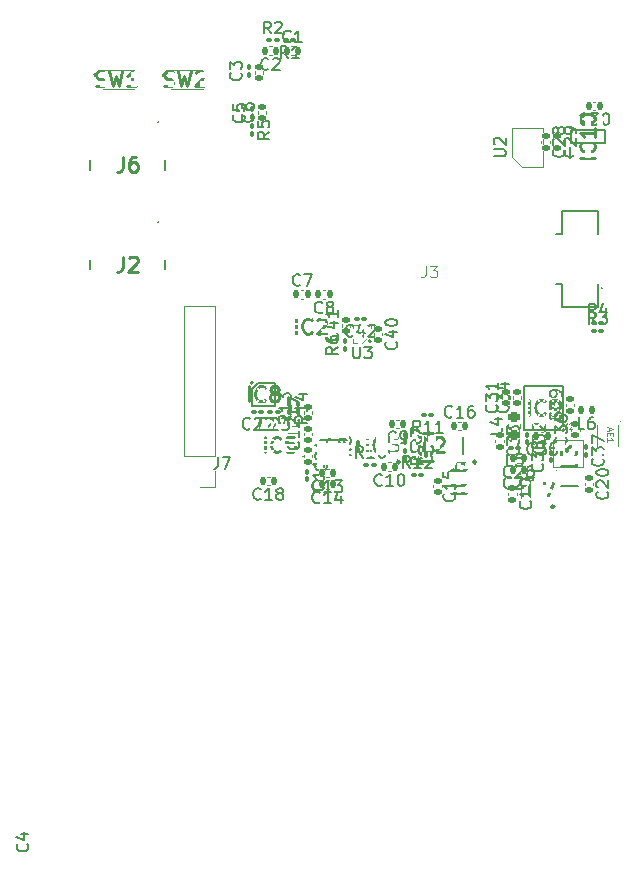
<source format=gto>
G04 #@! TF.GenerationSoftware,KiCad,Pcbnew,7.0.9*
G04 #@! TF.CreationDate,2024-02-17T17:22:41+01:00*
G04 #@! TF.ProjectId,armband,61726d62-616e-4642-9e6b-696361645f70,rev?*
G04 #@! TF.SameCoordinates,Original*
G04 #@! TF.FileFunction,Legend,Top*
G04 #@! TF.FilePolarity,Positive*
%FSLAX46Y46*%
G04 Gerber Fmt 4.6, Leading zero omitted, Abs format (unit mm)*
G04 Created by KiCad (PCBNEW 7.0.9) date 2024-02-17 17:22:41*
%MOMM*%
%LPD*%
G01*
G04 APERTURE LIST*
G04 Aperture macros list*
%AMRoundRect*
0 Rectangle with rounded corners*
0 $1 Rounding radius*
0 $2 $3 $4 $5 $6 $7 $8 $9 X,Y pos of 4 corners*
0 Add a 4 corners polygon primitive as box body*
4,1,4,$2,$3,$4,$5,$6,$7,$8,$9,$2,$3,0*
0 Add four circle primitives for the rounded corners*
1,1,$1+$1,$2,$3*
1,1,$1+$1,$4,$5*
1,1,$1+$1,$6,$7*
1,1,$1+$1,$8,$9*
0 Add four rect primitives between the rounded corners*
20,1,$1+$1,$2,$3,$4,$5,0*
20,1,$1+$1,$4,$5,$6,$7,0*
20,1,$1+$1,$6,$7,$8,$9,0*
20,1,$1+$1,$8,$9,$2,$3,0*%
G04 Aperture macros list end*
%ADD10C,0.150000*%
%ADD11C,0.100000*%
%ADD12C,0.254000*%
%ADD13C,0.120000*%
%ADD14C,0.200000*%
%ADD15C,0.250000*%
%ADD16RoundRect,0.140000X0.170000X-0.140000X0.170000X0.140000X-0.170000X0.140000X-0.170000X-0.140000X0*%
%ADD17RoundRect,0.140000X-0.170000X0.140000X-0.170000X-0.140000X0.170000X-0.140000X0.170000X0.140000X0*%
%ADD18R,1.700000X1.700000*%
%ADD19O,1.700000X1.700000*%
%ADD20R,1.700000X0.400000*%
%ADD21RoundRect,0.100000X-0.100000X0.130000X-0.100000X-0.130000X0.100000X-0.130000X0.100000X0.130000X0*%
%ADD22R,0.250000X0.550000*%
%ADD23R,0.200000X0.550000*%
%ADD24R,0.600000X0.300000*%
%ADD25RoundRect,0.140000X-0.140000X-0.170000X0.140000X-0.170000X0.140000X0.170000X-0.140000X0.170000X0*%
%ADD26RoundRect,0.100000X0.130000X0.100000X-0.130000X0.100000X-0.130000X-0.100000X0.130000X-0.100000X0*%
%ADD27RoundRect,0.100000X0.100000X-0.130000X0.100000X0.130000X-0.100000X0.130000X-0.100000X-0.130000X0*%
%ADD28RoundRect,0.100000X-0.130000X-0.100000X0.130000X-0.100000X0.130000X0.100000X-0.130000X0.100000X0*%
%ADD29R,0.550000X0.550000*%
%ADD30RoundRect,0.218750X0.256250X-0.218750X0.256250X0.218750X-0.256250X0.218750X-0.256250X-0.218750X0*%
%ADD31R,1.800000X0.800000*%
%ADD32R,0.600000X0.350000*%
%ADD33R,1.100000X1.700000*%
%ADD34R,0.700000X0.300000*%
%ADD35R,1.000000X1.700000*%
%ADD36R,0.760000X2.400000*%
%ADD37RoundRect,0.140000X0.140000X0.170000X-0.140000X0.170000X-0.140000X-0.170000X0.140000X-0.170000X0*%
%ADD38R,1.200000X0.200000*%
%ADD39R,0.700000X0.200000*%
%ADD40R,0.200000X0.500000*%
%ADD41R,0.200000X0.700000*%
%ADD42C,0.290000*%
%ADD43R,0.900000X0.800000*%
%ADD44R,0.475000X0.250000*%
%ADD45R,0.250000X0.475000*%
%ADD46R,0.550000X0.900000*%
%ADD47R,0.350000X0.600000*%
%ADD48R,1.700000X1.100000*%
%ADD49R,0.800000X1.800000*%
%ADD50R,0.500000X0.200000*%
%ADD51R,0.380000X0.280000*%
%ADD52R,0.730000X0.600000*%
%ADD53RoundRect,0.147500X0.147500X0.172500X-0.147500X0.172500X-0.147500X-0.172500X0.147500X-0.172500X0*%
%ADD54R,2.800000X1.850000*%
%ADD55C,0.250000*%
%ADD56C,0.269000*%
%ADD57R,0.300000X0.550000*%
%ADD58C,0.950000*%
%ADD59C,1.150000*%
G04 APERTURE END LIST*
D10*
X134299580Y-73172857D02*
X134347200Y-73220476D01*
X134347200Y-73220476D02*
X134394819Y-73363333D01*
X134394819Y-73363333D02*
X134394819Y-73458571D01*
X134394819Y-73458571D02*
X134347200Y-73601428D01*
X134347200Y-73601428D02*
X134251961Y-73696666D01*
X134251961Y-73696666D02*
X134156723Y-73744285D01*
X134156723Y-73744285D02*
X133966247Y-73791904D01*
X133966247Y-73791904D02*
X133823390Y-73791904D01*
X133823390Y-73791904D02*
X133632914Y-73744285D01*
X133632914Y-73744285D02*
X133537676Y-73696666D01*
X133537676Y-73696666D02*
X133442438Y-73601428D01*
X133442438Y-73601428D02*
X133394819Y-73458571D01*
X133394819Y-73458571D02*
X133394819Y-73363333D01*
X133394819Y-73363333D02*
X133442438Y-73220476D01*
X133442438Y-73220476D02*
X133490057Y-73172857D01*
X133728152Y-72315714D02*
X134394819Y-72315714D01*
X133347200Y-72553809D02*
X134061485Y-72791904D01*
X134061485Y-72791904D02*
X134061485Y-72172857D01*
X134394819Y-71268095D02*
X134394819Y-71839523D01*
X134394819Y-71553809D02*
X133394819Y-71553809D01*
X133394819Y-71553809D02*
X133537676Y-71649047D01*
X133537676Y-71649047D02*
X133632914Y-71744285D01*
X133632914Y-71744285D02*
X133680533Y-71839523D01*
X153504380Y-57662857D02*
X153552000Y-57710476D01*
X153552000Y-57710476D02*
X153599619Y-57853333D01*
X153599619Y-57853333D02*
X153599619Y-57948571D01*
X153599619Y-57948571D02*
X153552000Y-58091428D01*
X153552000Y-58091428D02*
X153456761Y-58186666D01*
X153456761Y-58186666D02*
X153361523Y-58234285D01*
X153361523Y-58234285D02*
X153171047Y-58281904D01*
X153171047Y-58281904D02*
X153028190Y-58281904D01*
X153028190Y-58281904D02*
X152837714Y-58234285D01*
X152837714Y-58234285D02*
X152742476Y-58186666D01*
X152742476Y-58186666D02*
X152647238Y-58091428D01*
X152647238Y-58091428D02*
X152599619Y-57948571D01*
X152599619Y-57948571D02*
X152599619Y-57853333D01*
X152599619Y-57853333D02*
X152647238Y-57710476D01*
X152647238Y-57710476D02*
X152694857Y-57662857D01*
X152694857Y-57281904D02*
X152647238Y-57234285D01*
X152647238Y-57234285D02*
X152599619Y-57139047D01*
X152599619Y-57139047D02*
X152599619Y-56900952D01*
X152599619Y-56900952D02*
X152647238Y-56805714D01*
X152647238Y-56805714D02*
X152694857Y-56758095D01*
X152694857Y-56758095D02*
X152790095Y-56710476D01*
X152790095Y-56710476D02*
X152885333Y-56710476D01*
X152885333Y-56710476D02*
X153028190Y-56758095D01*
X153028190Y-56758095D02*
X153599619Y-57329523D01*
X153599619Y-57329523D02*
X153599619Y-56710476D01*
X153028190Y-56139047D02*
X152980571Y-56234285D01*
X152980571Y-56234285D02*
X152932952Y-56281904D01*
X152932952Y-56281904D02*
X152837714Y-56329523D01*
X152837714Y-56329523D02*
X152790095Y-56329523D01*
X152790095Y-56329523D02*
X152694857Y-56281904D01*
X152694857Y-56281904D02*
X152647238Y-56234285D01*
X152647238Y-56234285D02*
X152599619Y-56139047D01*
X152599619Y-56139047D02*
X152599619Y-55948571D01*
X152599619Y-55948571D02*
X152647238Y-55853333D01*
X152647238Y-55853333D02*
X152694857Y-55805714D01*
X152694857Y-55805714D02*
X152790095Y-55758095D01*
X152790095Y-55758095D02*
X152837714Y-55758095D01*
X152837714Y-55758095D02*
X152932952Y-55805714D01*
X152932952Y-55805714D02*
X152980571Y-55853333D01*
X152980571Y-55853333D02*
X153028190Y-55948571D01*
X153028190Y-55948571D02*
X153028190Y-56139047D01*
X153028190Y-56139047D02*
X153075809Y-56234285D01*
X153075809Y-56234285D02*
X153123428Y-56281904D01*
X153123428Y-56281904D02*
X153218666Y-56329523D01*
X153218666Y-56329523D02*
X153409142Y-56329523D01*
X153409142Y-56329523D02*
X153504380Y-56281904D01*
X153504380Y-56281904D02*
X153552000Y-56234285D01*
X153552000Y-56234285D02*
X153599619Y-56139047D01*
X153599619Y-56139047D02*
X153599619Y-55948571D01*
X153599619Y-55948571D02*
X153552000Y-55853333D01*
X153552000Y-55853333D02*
X153504380Y-55805714D01*
X153504380Y-55805714D02*
X153409142Y-55758095D01*
X153409142Y-55758095D02*
X153218666Y-55758095D01*
X153218666Y-55758095D02*
X153123428Y-55805714D01*
X153123428Y-55805714D02*
X153075809Y-55853333D01*
X153075809Y-55853333D02*
X153028190Y-55948571D01*
X124246666Y-83684819D02*
X124246666Y-84399104D01*
X124246666Y-84399104D02*
X124199047Y-84541961D01*
X124199047Y-84541961D02*
X124103809Y-84637200D01*
X124103809Y-84637200D02*
X123960952Y-84684819D01*
X123960952Y-84684819D02*
X123865714Y-84684819D01*
X124627619Y-83684819D02*
X125294285Y-83684819D01*
X125294285Y-83684819D02*
X124865714Y-84684819D01*
D11*
X157326747Y-81206667D02*
X157326747Y-81444762D01*
X157183890Y-81159048D02*
X157683890Y-81325714D01*
X157683890Y-81325714D02*
X157183890Y-81492381D01*
X157445795Y-81659047D02*
X157445795Y-81825714D01*
X157183890Y-81897142D02*
X157183890Y-81659047D01*
X157183890Y-81659047D02*
X157683890Y-81659047D01*
X157683890Y-81659047D02*
X157683890Y-81897142D01*
X157183890Y-82373333D02*
X157183890Y-82087619D01*
X157183890Y-82230476D02*
X157683890Y-82230476D01*
X157683890Y-82230476D02*
X157612461Y-82182857D01*
X157612461Y-82182857D02*
X157564842Y-82135238D01*
X157564842Y-82135238D02*
X157541033Y-82087619D01*
D10*
X156809580Y-83807857D02*
X156857200Y-83855476D01*
X156857200Y-83855476D02*
X156904819Y-83998333D01*
X156904819Y-83998333D02*
X156904819Y-84093571D01*
X156904819Y-84093571D02*
X156857200Y-84236428D01*
X156857200Y-84236428D02*
X156761961Y-84331666D01*
X156761961Y-84331666D02*
X156666723Y-84379285D01*
X156666723Y-84379285D02*
X156476247Y-84426904D01*
X156476247Y-84426904D02*
X156333390Y-84426904D01*
X156333390Y-84426904D02*
X156142914Y-84379285D01*
X156142914Y-84379285D02*
X156047676Y-84331666D01*
X156047676Y-84331666D02*
X155952438Y-84236428D01*
X155952438Y-84236428D02*
X155904819Y-84093571D01*
X155904819Y-84093571D02*
X155904819Y-83998333D01*
X155904819Y-83998333D02*
X155952438Y-83855476D01*
X155952438Y-83855476D02*
X156000057Y-83807857D01*
X155904819Y-83474523D02*
X155904819Y-82855476D01*
X155904819Y-82855476D02*
X156285771Y-83188809D01*
X156285771Y-83188809D02*
X156285771Y-83045952D01*
X156285771Y-83045952D02*
X156333390Y-82950714D01*
X156333390Y-82950714D02*
X156381009Y-82903095D01*
X156381009Y-82903095D02*
X156476247Y-82855476D01*
X156476247Y-82855476D02*
X156714342Y-82855476D01*
X156714342Y-82855476D02*
X156809580Y-82903095D01*
X156809580Y-82903095D02*
X156857200Y-82950714D01*
X156857200Y-82950714D02*
X156904819Y-83045952D01*
X156904819Y-83045952D02*
X156904819Y-83331666D01*
X156904819Y-83331666D02*
X156857200Y-83426904D01*
X156857200Y-83426904D02*
X156809580Y-83474523D01*
X155904819Y-82522142D02*
X155904819Y-81855476D01*
X155904819Y-81855476D02*
X156904819Y-82284047D01*
D12*
X142424316Y-84037262D02*
X141154316Y-84037262D01*
X142303363Y-82706785D02*
X142363840Y-82767261D01*
X142363840Y-82767261D02*
X142424316Y-82948690D01*
X142424316Y-82948690D02*
X142424316Y-83069642D01*
X142424316Y-83069642D02*
X142363840Y-83251071D01*
X142363840Y-83251071D02*
X142242887Y-83372023D01*
X142242887Y-83372023D02*
X142121935Y-83432500D01*
X142121935Y-83432500D02*
X141880030Y-83492976D01*
X141880030Y-83492976D02*
X141698601Y-83492976D01*
X141698601Y-83492976D02*
X141456697Y-83432500D01*
X141456697Y-83432500D02*
X141335744Y-83372023D01*
X141335744Y-83372023D02*
X141214792Y-83251071D01*
X141214792Y-83251071D02*
X141154316Y-83069642D01*
X141154316Y-83069642D02*
X141154316Y-82948690D01*
X141154316Y-82948690D02*
X141214792Y-82767261D01*
X141214792Y-82767261D02*
X141275268Y-82706785D01*
X141577649Y-81618214D02*
X142424316Y-81618214D01*
X141093840Y-81920595D02*
X142000982Y-82222976D01*
X142000982Y-82222976D02*
X142000982Y-81436785D01*
D10*
X144063140Y-80246080D02*
X144015521Y-80293700D01*
X144015521Y-80293700D02*
X143872664Y-80341319D01*
X143872664Y-80341319D02*
X143777426Y-80341319D01*
X143777426Y-80341319D02*
X143634569Y-80293700D01*
X143634569Y-80293700D02*
X143539331Y-80198461D01*
X143539331Y-80198461D02*
X143491712Y-80103223D01*
X143491712Y-80103223D02*
X143444093Y-79912747D01*
X143444093Y-79912747D02*
X143444093Y-79769890D01*
X143444093Y-79769890D02*
X143491712Y-79579414D01*
X143491712Y-79579414D02*
X143539331Y-79484176D01*
X143539331Y-79484176D02*
X143634569Y-79388938D01*
X143634569Y-79388938D02*
X143777426Y-79341319D01*
X143777426Y-79341319D02*
X143872664Y-79341319D01*
X143872664Y-79341319D02*
X144015521Y-79388938D01*
X144015521Y-79388938D02*
X144063140Y-79436557D01*
X145015521Y-80341319D02*
X144444093Y-80341319D01*
X144729807Y-80341319D02*
X144729807Y-79341319D01*
X144729807Y-79341319D02*
X144634569Y-79484176D01*
X144634569Y-79484176D02*
X144539331Y-79579414D01*
X144539331Y-79579414D02*
X144444093Y-79627033D01*
X145872664Y-79341319D02*
X145682188Y-79341319D01*
X145682188Y-79341319D02*
X145586950Y-79388938D01*
X145586950Y-79388938D02*
X145539331Y-79436557D01*
X145539331Y-79436557D02*
X145444093Y-79579414D01*
X145444093Y-79579414D02*
X145396474Y-79769890D01*
X145396474Y-79769890D02*
X145396474Y-80150842D01*
X145396474Y-80150842D02*
X145444093Y-80246080D01*
X145444093Y-80246080D02*
X145491712Y-80293700D01*
X145491712Y-80293700D02*
X145586950Y-80341319D01*
X145586950Y-80341319D02*
X145777426Y-80341319D01*
X145777426Y-80341319D02*
X145872664Y-80293700D01*
X145872664Y-80293700D02*
X145920283Y-80246080D01*
X145920283Y-80246080D02*
X145967902Y-80150842D01*
X145967902Y-80150842D02*
X145967902Y-79912747D01*
X145967902Y-79912747D02*
X145920283Y-79817509D01*
X145920283Y-79817509D02*
X145872664Y-79769890D01*
X145872664Y-79769890D02*
X145777426Y-79722271D01*
X145777426Y-79722271D02*
X145586950Y-79722271D01*
X145586950Y-79722271D02*
X145491712Y-79769890D01*
X145491712Y-79769890D02*
X145444093Y-79817509D01*
X145444093Y-79817509D02*
X145396474Y-79912747D01*
X131183333Y-69099580D02*
X131135714Y-69147200D01*
X131135714Y-69147200D02*
X130992857Y-69194819D01*
X130992857Y-69194819D02*
X130897619Y-69194819D01*
X130897619Y-69194819D02*
X130754762Y-69147200D01*
X130754762Y-69147200D02*
X130659524Y-69051961D01*
X130659524Y-69051961D02*
X130611905Y-68956723D01*
X130611905Y-68956723D02*
X130564286Y-68766247D01*
X130564286Y-68766247D02*
X130564286Y-68623390D01*
X130564286Y-68623390D02*
X130611905Y-68432914D01*
X130611905Y-68432914D02*
X130659524Y-68337676D01*
X130659524Y-68337676D02*
X130754762Y-68242438D01*
X130754762Y-68242438D02*
X130897619Y-68194819D01*
X130897619Y-68194819D02*
X130992857Y-68194819D01*
X130992857Y-68194819D02*
X131135714Y-68242438D01*
X131135714Y-68242438D02*
X131183333Y-68290057D01*
X131516667Y-68194819D02*
X132183333Y-68194819D01*
X132183333Y-68194819D02*
X131754762Y-69194819D01*
X130145933Y-49917219D02*
X129812600Y-49441028D01*
X129574505Y-49917219D02*
X129574505Y-48917219D01*
X129574505Y-48917219D02*
X129955457Y-48917219D01*
X129955457Y-48917219D02*
X130050695Y-48964838D01*
X130050695Y-48964838D02*
X130098314Y-49012457D01*
X130098314Y-49012457D02*
X130145933Y-49107695D01*
X130145933Y-49107695D02*
X130145933Y-49250552D01*
X130145933Y-49250552D02*
X130098314Y-49345790D01*
X130098314Y-49345790D02*
X130050695Y-49393409D01*
X130050695Y-49393409D02*
X129955457Y-49441028D01*
X129955457Y-49441028D02*
X129574505Y-49441028D01*
X131098314Y-49917219D02*
X130526886Y-49917219D01*
X130812600Y-49917219D02*
X130812600Y-48917219D01*
X130812600Y-48917219D02*
X130717362Y-49060076D01*
X130717362Y-49060076D02*
X130622124Y-49155314D01*
X130622124Y-49155314D02*
X130526886Y-49202933D01*
X128362142Y-81257080D02*
X128314523Y-81304700D01*
X128314523Y-81304700D02*
X128171666Y-81352319D01*
X128171666Y-81352319D02*
X128076428Y-81352319D01*
X128076428Y-81352319D02*
X127933571Y-81304700D01*
X127933571Y-81304700D02*
X127838333Y-81209461D01*
X127838333Y-81209461D02*
X127790714Y-81114223D01*
X127790714Y-81114223D02*
X127743095Y-80923747D01*
X127743095Y-80923747D02*
X127743095Y-80780890D01*
X127743095Y-80780890D02*
X127790714Y-80590414D01*
X127790714Y-80590414D02*
X127838333Y-80495176D01*
X127838333Y-80495176D02*
X127933571Y-80399938D01*
X127933571Y-80399938D02*
X128076428Y-80352319D01*
X128076428Y-80352319D02*
X128171666Y-80352319D01*
X128171666Y-80352319D02*
X128314523Y-80399938D01*
X128314523Y-80399938D02*
X128362142Y-80447557D01*
X128743095Y-80447557D02*
X128790714Y-80399938D01*
X128790714Y-80399938D02*
X128885952Y-80352319D01*
X128885952Y-80352319D02*
X129124047Y-80352319D01*
X129124047Y-80352319D02*
X129219285Y-80399938D01*
X129219285Y-80399938D02*
X129266904Y-80447557D01*
X129266904Y-80447557D02*
X129314523Y-80542795D01*
X129314523Y-80542795D02*
X129314523Y-80638033D01*
X129314523Y-80638033D02*
X129266904Y-80780890D01*
X129266904Y-80780890D02*
X128695476Y-81352319D01*
X128695476Y-81352319D02*
X129314523Y-81352319D01*
X129647857Y-80352319D02*
X130266904Y-80352319D01*
X130266904Y-80352319D02*
X129933571Y-80733271D01*
X129933571Y-80733271D02*
X130076428Y-80733271D01*
X130076428Y-80733271D02*
X130171666Y-80780890D01*
X130171666Y-80780890D02*
X130219285Y-80828509D01*
X130219285Y-80828509D02*
X130266904Y-80923747D01*
X130266904Y-80923747D02*
X130266904Y-81161842D01*
X130266904Y-81161842D02*
X130219285Y-81257080D01*
X130219285Y-81257080D02*
X130171666Y-81304700D01*
X130171666Y-81304700D02*
X130076428Y-81352319D01*
X130076428Y-81352319D02*
X129790714Y-81352319D01*
X129790714Y-81352319D02*
X129695476Y-81304700D01*
X129695476Y-81304700D02*
X129647857Y-81257080D01*
X134404819Y-74366666D02*
X133928628Y-74699999D01*
X134404819Y-74938094D02*
X133404819Y-74938094D01*
X133404819Y-74938094D02*
X133404819Y-74557142D01*
X133404819Y-74557142D02*
X133452438Y-74461904D01*
X133452438Y-74461904D02*
X133500057Y-74414285D01*
X133500057Y-74414285D02*
X133595295Y-74366666D01*
X133595295Y-74366666D02*
X133738152Y-74366666D01*
X133738152Y-74366666D02*
X133833390Y-74414285D01*
X133833390Y-74414285D02*
X133881009Y-74461904D01*
X133881009Y-74461904D02*
X133928628Y-74557142D01*
X133928628Y-74557142D02*
X133928628Y-74938094D01*
X133404819Y-73509523D02*
X133404819Y-73699999D01*
X133404819Y-73699999D02*
X133452438Y-73795237D01*
X133452438Y-73795237D02*
X133500057Y-73842856D01*
X133500057Y-73842856D02*
X133642914Y-73938094D01*
X133642914Y-73938094D02*
X133833390Y-73985713D01*
X133833390Y-73985713D02*
X134214342Y-73985713D01*
X134214342Y-73985713D02*
X134309580Y-73938094D01*
X134309580Y-73938094D02*
X134357200Y-73890475D01*
X134357200Y-73890475D02*
X134404819Y-73795237D01*
X134404819Y-73795237D02*
X134404819Y-73604761D01*
X134404819Y-73604761D02*
X134357200Y-73509523D01*
X134357200Y-73509523D02*
X134309580Y-73461904D01*
X134309580Y-73461904D02*
X134214342Y-73414285D01*
X134214342Y-73414285D02*
X133976247Y-73414285D01*
X133976247Y-73414285D02*
X133881009Y-73461904D01*
X133881009Y-73461904D02*
X133833390Y-73509523D01*
X133833390Y-73509523D02*
X133785771Y-73604761D01*
X133785771Y-73604761D02*
X133785771Y-73795237D01*
X133785771Y-73795237D02*
X133833390Y-73890475D01*
X133833390Y-73890475D02*
X133881009Y-73938094D01*
X133881009Y-73938094D02*
X133976247Y-73985713D01*
X128712933Y-47817219D02*
X128379600Y-47341028D01*
X128141505Y-47817219D02*
X128141505Y-46817219D01*
X128141505Y-46817219D02*
X128522457Y-46817219D01*
X128522457Y-46817219D02*
X128617695Y-46864838D01*
X128617695Y-46864838D02*
X128665314Y-46912457D01*
X128665314Y-46912457D02*
X128712933Y-47007695D01*
X128712933Y-47007695D02*
X128712933Y-47150552D01*
X128712933Y-47150552D02*
X128665314Y-47245790D01*
X128665314Y-47245790D02*
X128617695Y-47293409D01*
X128617695Y-47293409D02*
X128522457Y-47341028D01*
X128522457Y-47341028D02*
X128141505Y-47341028D01*
X129093886Y-46912457D02*
X129141505Y-46864838D01*
X129141505Y-46864838D02*
X129236743Y-46817219D01*
X129236743Y-46817219D02*
X129474838Y-46817219D01*
X129474838Y-46817219D02*
X129570076Y-46864838D01*
X129570076Y-46864838D02*
X129617695Y-46912457D01*
X129617695Y-46912457D02*
X129665314Y-47007695D01*
X129665314Y-47007695D02*
X129665314Y-47102933D01*
X129665314Y-47102933D02*
X129617695Y-47245790D01*
X129617695Y-47245790D02*
X129046267Y-47817219D01*
X129046267Y-47817219D02*
X129665314Y-47817219D01*
D12*
X119681666Y-52238842D02*
X119863095Y-52299318D01*
X119863095Y-52299318D02*
X120165476Y-52299318D01*
X120165476Y-52299318D02*
X120286428Y-52238842D01*
X120286428Y-52238842D02*
X120346904Y-52178365D01*
X120346904Y-52178365D02*
X120407381Y-52057413D01*
X120407381Y-52057413D02*
X120407381Y-51936461D01*
X120407381Y-51936461D02*
X120346904Y-51815508D01*
X120346904Y-51815508D02*
X120286428Y-51755032D01*
X120286428Y-51755032D02*
X120165476Y-51694556D01*
X120165476Y-51694556D02*
X119923571Y-51634080D01*
X119923571Y-51634080D02*
X119802619Y-51573603D01*
X119802619Y-51573603D02*
X119742142Y-51513127D01*
X119742142Y-51513127D02*
X119681666Y-51392175D01*
X119681666Y-51392175D02*
X119681666Y-51271222D01*
X119681666Y-51271222D02*
X119742142Y-51150270D01*
X119742142Y-51150270D02*
X119802619Y-51089794D01*
X119802619Y-51089794D02*
X119923571Y-51029318D01*
X119923571Y-51029318D02*
X120225952Y-51029318D01*
X120225952Y-51029318D02*
X120407381Y-51089794D01*
X120830714Y-51029318D02*
X121133095Y-52299318D01*
X121133095Y-52299318D02*
X121375000Y-51392175D01*
X121375000Y-51392175D02*
X121616905Y-52299318D01*
X121616905Y-52299318D02*
X121919286Y-51029318D01*
X122342619Y-51150270D02*
X122403095Y-51089794D01*
X122403095Y-51089794D02*
X122524048Y-51029318D01*
X122524048Y-51029318D02*
X122826429Y-51029318D01*
X122826429Y-51029318D02*
X122947381Y-51089794D01*
X122947381Y-51089794D02*
X123007857Y-51150270D01*
X123007857Y-51150270D02*
X123068334Y-51271222D01*
X123068334Y-51271222D02*
X123068334Y-51392175D01*
X123068334Y-51392175D02*
X123007857Y-51573603D01*
X123007857Y-51573603D02*
X122282143Y-52299318D01*
X122282143Y-52299318D02*
X123068334Y-52299318D01*
D10*
X154469580Y-57662857D02*
X154517200Y-57710476D01*
X154517200Y-57710476D02*
X154564819Y-57853333D01*
X154564819Y-57853333D02*
X154564819Y-57948571D01*
X154564819Y-57948571D02*
X154517200Y-58091428D01*
X154517200Y-58091428D02*
X154421961Y-58186666D01*
X154421961Y-58186666D02*
X154326723Y-58234285D01*
X154326723Y-58234285D02*
X154136247Y-58281904D01*
X154136247Y-58281904D02*
X153993390Y-58281904D01*
X153993390Y-58281904D02*
X153802914Y-58234285D01*
X153802914Y-58234285D02*
X153707676Y-58186666D01*
X153707676Y-58186666D02*
X153612438Y-58091428D01*
X153612438Y-58091428D02*
X153564819Y-57948571D01*
X153564819Y-57948571D02*
X153564819Y-57853333D01*
X153564819Y-57853333D02*
X153612438Y-57710476D01*
X153612438Y-57710476D02*
X153660057Y-57662857D01*
X153660057Y-57281904D02*
X153612438Y-57234285D01*
X153612438Y-57234285D02*
X153564819Y-57139047D01*
X153564819Y-57139047D02*
X153564819Y-56900952D01*
X153564819Y-56900952D02*
X153612438Y-56805714D01*
X153612438Y-56805714D02*
X153660057Y-56758095D01*
X153660057Y-56758095D02*
X153755295Y-56710476D01*
X153755295Y-56710476D02*
X153850533Y-56710476D01*
X153850533Y-56710476D02*
X153993390Y-56758095D01*
X153993390Y-56758095D02*
X154564819Y-57329523D01*
X154564819Y-57329523D02*
X154564819Y-56710476D01*
X154564819Y-56234285D02*
X154564819Y-56043809D01*
X154564819Y-56043809D02*
X154517200Y-55948571D01*
X154517200Y-55948571D02*
X154469580Y-55900952D01*
X154469580Y-55900952D02*
X154326723Y-55805714D01*
X154326723Y-55805714D02*
X154136247Y-55758095D01*
X154136247Y-55758095D02*
X153755295Y-55758095D01*
X153755295Y-55758095D02*
X153660057Y-55805714D01*
X153660057Y-55805714D02*
X153612438Y-55853333D01*
X153612438Y-55853333D02*
X153564819Y-55948571D01*
X153564819Y-55948571D02*
X153564819Y-56139047D01*
X153564819Y-56139047D02*
X153612438Y-56234285D01*
X153612438Y-56234285D02*
X153660057Y-56281904D01*
X153660057Y-56281904D02*
X153755295Y-56329523D01*
X153755295Y-56329523D02*
X153993390Y-56329523D01*
X153993390Y-56329523D02*
X154088628Y-56281904D01*
X154088628Y-56281904D02*
X154136247Y-56234285D01*
X154136247Y-56234285D02*
X154183866Y-56139047D01*
X154183866Y-56139047D02*
X154183866Y-55948571D01*
X154183866Y-55948571D02*
X154136247Y-55853333D01*
X154136247Y-55853333D02*
X154088628Y-55805714D01*
X154088628Y-55805714D02*
X153993390Y-55758095D01*
X148324819Y-81211666D02*
X148324819Y-81687856D01*
X148324819Y-81687856D02*
X147324819Y-81687856D01*
X147658152Y-80449761D02*
X148324819Y-80449761D01*
X147277200Y-80687856D02*
X147991485Y-80925951D01*
X147991485Y-80925951D02*
X147991485Y-80306904D01*
X150689580Y-87442857D02*
X150737200Y-87490476D01*
X150737200Y-87490476D02*
X150784819Y-87633333D01*
X150784819Y-87633333D02*
X150784819Y-87728571D01*
X150784819Y-87728571D02*
X150737200Y-87871428D01*
X150737200Y-87871428D02*
X150641961Y-87966666D01*
X150641961Y-87966666D02*
X150546723Y-88014285D01*
X150546723Y-88014285D02*
X150356247Y-88061904D01*
X150356247Y-88061904D02*
X150213390Y-88061904D01*
X150213390Y-88061904D02*
X150022914Y-88014285D01*
X150022914Y-88014285D02*
X149927676Y-87966666D01*
X149927676Y-87966666D02*
X149832438Y-87871428D01*
X149832438Y-87871428D02*
X149784819Y-87728571D01*
X149784819Y-87728571D02*
X149784819Y-87633333D01*
X149784819Y-87633333D02*
X149832438Y-87490476D01*
X149832438Y-87490476D02*
X149880057Y-87442857D01*
X150784819Y-86490476D02*
X150784819Y-87061904D01*
X150784819Y-86776190D02*
X149784819Y-86776190D01*
X149784819Y-86776190D02*
X149927676Y-86871428D01*
X149927676Y-86871428D02*
X150022914Y-86966666D01*
X150022914Y-86966666D02*
X150070533Y-87061904D01*
X150784819Y-86014285D02*
X150784819Y-85823809D01*
X150784819Y-85823809D02*
X150737200Y-85728571D01*
X150737200Y-85728571D02*
X150689580Y-85680952D01*
X150689580Y-85680952D02*
X150546723Y-85585714D01*
X150546723Y-85585714D02*
X150356247Y-85538095D01*
X150356247Y-85538095D02*
X149975295Y-85538095D01*
X149975295Y-85538095D02*
X149880057Y-85585714D01*
X149880057Y-85585714D02*
X149832438Y-85633333D01*
X149832438Y-85633333D02*
X149784819Y-85728571D01*
X149784819Y-85728571D02*
X149784819Y-85919047D01*
X149784819Y-85919047D02*
X149832438Y-86014285D01*
X149832438Y-86014285D02*
X149880057Y-86061904D01*
X149880057Y-86061904D02*
X149975295Y-86109523D01*
X149975295Y-86109523D02*
X150213390Y-86109523D01*
X150213390Y-86109523D02*
X150308628Y-86061904D01*
X150308628Y-86061904D02*
X150356247Y-86014285D01*
X150356247Y-86014285D02*
X150403866Y-85919047D01*
X150403866Y-85919047D02*
X150403866Y-85728571D01*
X150403866Y-85728571D02*
X150356247Y-85633333D01*
X150356247Y-85633333D02*
X150308628Y-85585714D01*
X150308628Y-85585714D02*
X150213390Y-85538095D01*
X126157180Y-51147066D02*
X126204800Y-51194685D01*
X126204800Y-51194685D02*
X126252419Y-51337542D01*
X126252419Y-51337542D02*
X126252419Y-51432780D01*
X126252419Y-51432780D02*
X126204800Y-51575637D01*
X126204800Y-51575637D02*
X126109561Y-51670875D01*
X126109561Y-51670875D02*
X126014323Y-51718494D01*
X126014323Y-51718494D02*
X125823847Y-51766113D01*
X125823847Y-51766113D02*
X125680990Y-51766113D01*
X125680990Y-51766113D02*
X125490514Y-51718494D01*
X125490514Y-51718494D02*
X125395276Y-51670875D01*
X125395276Y-51670875D02*
X125300038Y-51575637D01*
X125300038Y-51575637D02*
X125252419Y-51432780D01*
X125252419Y-51432780D02*
X125252419Y-51337542D01*
X125252419Y-51337542D02*
X125300038Y-51194685D01*
X125300038Y-51194685D02*
X125347657Y-51147066D01*
X125252419Y-50813732D02*
X125252419Y-50194685D01*
X125252419Y-50194685D02*
X125633371Y-50528018D01*
X125633371Y-50528018D02*
X125633371Y-50385161D01*
X125633371Y-50385161D02*
X125680990Y-50289923D01*
X125680990Y-50289923D02*
X125728609Y-50242304D01*
X125728609Y-50242304D02*
X125823847Y-50194685D01*
X125823847Y-50194685D02*
X126061942Y-50194685D01*
X126061942Y-50194685D02*
X126157180Y-50242304D01*
X126157180Y-50242304D02*
X126204800Y-50289923D01*
X126204800Y-50289923D02*
X126252419Y-50385161D01*
X126252419Y-50385161D02*
X126252419Y-50670875D01*
X126252419Y-50670875D02*
X126204800Y-50766113D01*
X126204800Y-50766113D02*
X126157180Y-50813732D01*
X128606419Y-56148266D02*
X128130228Y-56481599D01*
X128606419Y-56719694D02*
X127606419Y-56719694D01*
X127606419Y-56719694D02*
X127606419Y-56338742D01*
X127606419Y-56338742D02*
X127654038Y-56243504D01*
X127654038Y-56243504D02*
X127701657Y-56195885D01*
X127701657Y-56195885D02*
X127796895Y-56148266D01*
X127796895Y-56148266D02*
X127939752Y-56148266D01*
X127939752Y-56148266D02*
X128034990Y-56195885D01*
X128034990Y-56195885D02*
X128082609Y-56243504D01*
X128082609Y-56243504D02*
X128130228Y-56338742D01*
X128130228Y-56338742D02*
X128130228Y-56719694D01*
X127606419Y-55243504D02*
X127606419Y-55719694D01*
X127606419Y-55719694D02*
X128082609Y-55767313D01*
X128082609Y-55767313D02*
X128034990Y-55719694D01*
X128034990Y-55719694D02*
X127987371Y-55624456D01*
X127987371Y-55624456D02*
X127987371Y-55386361D01*
X127987371Y-55386361D02*
X128034990Y-55291123D01*
X128034990Y-55291123D02*
X128082609Y-55243504D01*
X128082609Y-55243504D02*
X128177847Y-55195885D01*
X128177847Y-55195885D02*
X128415942Y-55195885D01*
X128415942Y-55195885D02*
X128511180Y-55243504D01*
X128511180Y-55243504D02*
X128558800Y-55291123D01*
X128558800Y-55291123D02*
X128606419Y-55386361D01*
X128606419Y-55386361D02*
X128606419Y-55624456D01*
X128606419Y-55624456D02*
X128558800Y-55719694D01*
X128558800Y-55719694D02*
X128511180Y-55767313D01*
X153238694Y-79917857D02*
X153286314Y-79965476D01*
X153286314Y-79965476D02*
X153333933Y-80108333D01*
X153333933Y-80108333D02*
X153333933Y-80203571D01*
X153333933Y-80203571D02*
X153286314Y-80346428D01*
X153286314Y-80346428D02*
X153191075Y-80441666D01*
X153191075Y-80441666D02*
X153095837Y-80489285D01*
X153095837Y-80489285D02*
X152905361Y-80536904D01*
X152905361Y-80536904D02*
X152762504Y-80536904D01*
X152762504Y-80536904D02*
X152572028Y-80489285D01*
X152572028Y-80489285D02*
X152476790Y-80441666D01*
X152476790Y-80441666D02*
X152381552Y-80346428D01*
X152381552Y-80346428D02*
X152333933Y-80203571D01*
X152333933Y-80203571D02*
X152333933Y-80108333D01*
X152333933Y-80108333D02*
X152381552Y-79965476D01*
X152381552Y-79965476D02*
X152429171Y-79917857D01*
X152333933Y-79584523D02*
X152333933Y-78965476D01*
X152333933Y-78965476D02*
X152714885Y-79298809D01*
X152714885Y-79298809D02*
X152714885Y-79155952D01*
X152714885Y-79155952D02*
X152762504Y-79060714D01*
X152762504Y-79060714D02*
X152810123Y-79013095D01*
X152810123Y-79013095D02*
X152905361Y-78965476D01*
X152905361Y-78965476D02*
X153143456Y-78965476D01*
X153143456Y-78965476D02*
X153238694Y-79013095D01*
X153238694Y-79013095D02*
X153286314Y-79060714D01*
X153286314Y-79060714D02*
X153333933Y-79155952D01*
X153333933Y-79155952D02*
X153333933Y-79441666D01*
X153333933Y-79441666D02*
X153286314Y-79536904D01*
X153286314Y-79536904D02*
X153238694Y-79584523D01*
X153333933Y-78489285D02*
X153333933Y-78298809D01*
X153333933Y-78298809D02*
X153286314Y-78203571D01*
X153286314Y-78203571D02*
X153238694Y-78155952D01*
X153238694Y-78155952D02*
X153095837Y-78060714D01*
X153095837Y-78060714D02*
X152905361Y-78013095D01*
X152905361Y-78013095D02*
X152524409Y-78013095D01*
X152524409Y-78013095D02*
X152429171Y-78060714D01*
X152429171Y-78060714D02*
X152381552Y-78108333D01*
X152381552Y-78108333D02*
X152333933Y-78203571D01*
X152333933Y-78203571D02*
X152333933Y-78394047D01*
X152333933Y-78394047D02*
X152381552Y-78489285D01*
X152381552Y-78489285D02*
X152429171Y-78536904D01*
X152429171Y-78536904D02*
X152524409Y-78584523D01*
X152524409Y-78584523D02*
X152762504Y-78584523D01*
X152762504Y-78584523D02*
X152857742Y-78536904D01*
X152857742Y-78536904D02*
X152905361Y-78489285D01*
X152905361Y-78489285D02*
X152952980Y-78394047D01*
X152952980Y-78394047D02*
X152952980Y-78203571D01*
X152952980Y-78203571D02*
X152905361Y-78108333D01*
X152905361Y-78108333D02*
X152857742Y-78060714D01*
X152857742Y-78060714D02*
X152762504Y-78013095D01*
D12*
X154599318Y-83821666D02*
X154599318Y-84426428D01*
X154599318Y-84426428D02*
X153329318Y-84426428D01*
X153329318Y-83519285D02*
X153329318Y-82733094D01*
X153329318Y-82733094D02*
X153813127Y-83156428D01*
X153813127Y-83156428D02*
X153813127Y-82974999D01*
X153813127Y-82974999D02*
X153873603Y-82854047D01*
X153873603Y-82854047D02*
X153934080Y-82793571D01*
X153934080Y-82793571D02*
X154055032Y-82733094D01*
X154055032Y-82733094D02*
X154357413Y-82733094D01*
X154357413Y-82733094D02*
X154478365Y-82793571D01*
X154478365Y-82793571D02*
X154538842Y-82854047D01*
X154538842Y-82854047D02*
X154599318Y-82974999D01*
X154599318Y-82974999D02*
X154599318Y-83337856D01*
X154599318Y-83337856D02*
X154538842Y-83458809D01*
X154538842Y-83458809D02*
X154478365Y-83519285D01*
D10*
X139319580Y-73922857D02*
X139367200Y-73970476D01*
X139367200Y-73970476D02*
X139414819Y-74113333D01*
X139414819Y-74113333D02*
X139414819Y-74208571D01*
X139414819Y-74208571D02*
X139367200Y-74351428D01*
X139367200Y-74351428D02*
X139271961Y-74446666D01*
X139271961Y-74446666D02*
X139176723Y-74494285D01*
X139176723Y-74494285D02*
X138986247Y-74541904D01*
X138986247Y-74541904D02*
X138843390Y-74541904D01*
X138843390Y-74541904D02*
X138652914Y-74494285D01*
X138652914Y-74494285D02*
X138557676Y-74446666D01*
X138557676Y-74446666D02*
X138462438Y-74351428D01*
X138462438Y-74351428D02*
X138414819Y-74208571D01*
X138414819Y-74208571D02*
X138414819Y-74113333D01*
X138414819Y-74113333D02*
X138462438Y-73970476D01*
X138462438Y-73970476D02*
X138510057Y-73922857D01*
X138748152Y-73065714D02*
X139414819Y-73065714D01*
X138367200Y-73303809D02*
X139081485Y-73541904D01*
X139081485Y-73541904D02*
X139081485Y-72922857D01*
X138414819Y-72351428D02*
X138414819Y-72256190D01*
X138414819Y-72256190D02*
X138462438Y-72160952D01*
X138462438Y-72160952D02*
X138510057Y-72113333D01*
X138510057Y-72113333D02*
X138605295Y-72065714D01*
X138605295Y-72065714D02*
X138795771Y-72018095D01*
X138795771Y-72018095D02*
X139033866Y-72018095D01*
X139033866Y-72018095D02*
X139224342Y-72065714D01*
X139224342Y-72065714D02*
X139319580Y-72113333D01*
X139319580Y-72113333D02*
X139367200Y-72160952D01*
X139367200Y-72160952D02*
X139414819Y-72256190D01*
X139414819Y-72256190D02*
X139414819Y-72351428D01*
X139414819Y-72351428D02*
X139367200Y-72446666D01*
X139367200Y-72446666D02*
X139319580Y-72494285D01*
X139319580Y-72494285D02*
X139224342Y-72541904D01*
X139224342Y-72541904D02*
X139033866Y-72589523D01*
X139033866Y-72589523D02*
X138795771Y-72589523D01*
X138795771Y-72589523D02*
X138605295Y-72541904D01*
X138605295Y-72541904D02*
X138510057Y-72494285D01*
X138510057Y-72494285D02*
X138462438Y-72446666D01*
X138462438Y-72446666D02*
X138414819Y-72351428D01*
X151709580Y-84282857D02*
X151757200Y-84330476D01*
X151757200Y-84330476D02*
X151804819Y-84473333D01*
X151804819Y-84473333D02*
X151804819Y-84568571D01*
X151804819Y-84568571D02*
X151757200Y-84711428D01*
X151757200Y-84711428D02*
X151661961Y-84806666D01*
X151661961Y-84806666D02*
X151566723Y-84854285D01*
X151566723Y-84854285D02*
X151376247Y-84901904D01*
X151376247Y-84901904D02*
X151233390Y-84901904D01*
X151233390Y-84901904D02*
X151042914Y-84854285D01*
X151042914Y-84854285D02*
X150947676Y-84806666D01*
X150947676Y-84806666D02*
X150852438Y-84711428D01*
X150852438Y-84711428D02*
X150804819Y-84568571D01*
X150804819Y-84568571D02*
X150804819Y-84473333D01*
X150804819Y-84473333D02*
X150852438Y-84330476D01*
X150852438Y-84330476D02*
X150900057Y-84282857D01*
X150804819Y-83949523D02*
X150804819Y-83330476D01*
X150804819Y-83330476D02*
X151185771Y-83663809D01*
X151185771Y-83663809D02*
X151185771Y-83520952D01*
X151185771Y-83520952D02*
X151233390Y-83425714D01*
X151233390Y-83425714D02*
X151281009Y-83378095D01*
X151281009Y-83378095D02*
X151376247Y-83330476D01*
X151376247Y-83330476D02*
X151614342Y-83330476D01*
X151614342Y-83330476D02*
X151709580Y-83378095D01*
X151709580Y-83378095D02*
X151757200Y-83425714D01*
X151757200Y-83425714D02*
X151804819Y-83520952D01*
X151804819Y-83520952D02*
X151804819Y-83806666D01*
X151804819Y-83806666D02*
X151757200Y-83901904D01*
X151757200Y-83901904D02*
X151709580Y-83949523D01*
X151233390Y-82759047D02*
X151185771Y-82854285D01*
X151185771Y-82854285D02*
X151138152Y-82901904D01*
X151138152Y-82901904D02*
X151042914Y-82949523D01*
X151042914Y-82949523D02*
X150995295Y-82949523D01*
X150995295Y-82949523D02*
X150900057Y-82901904D01*
X150900057Y-82901904D02*
X150852438Y-82854285D01*
X150852438Y-82854285D02*
X150804819Y-82759047D01*
X150804819Y-82759047D02*
X150804819Y-82568571D01*
X150804819Y-82568571D02*
X150852438Y-82473333D01*
X150852438Y-82473333D02*
X150900057Y-82425714D01*
X150900057Y-82425714D02*
X150995295Y-82378095D01*
X150995295Y-82378095D02*
X151042914Y-82378095D01*
X151042914Y-82378095D02*
X151138152Y-82425714D01*
X151138152Y-82425714D02*
X151185771Y-82473333D01*
X151185771Y-82473333D02*
X151233390Y-82568571D01*
X151233390Y-82568571D02*
X151233390Y-82759047D01*
X151233390Y-82759047D02*
X151281009Y-82854285D01*
X151281009Y-82854285D02*
X151328628Y-82901904D01*
X151328628Y-82901904D02*
X151423866Y-82949523D01*
X151423866Y-82949523D02*
X151614342Y-82949523D01*
X151614342Y-82949523D02*
X151709580Y-82901904D01*
X151709580Y-82901904D02*
X151757200Y-82854285D01*
X151757200Y-82854285D02*
X151804819Y-82759047D01*
X151804819Y-82759047D02*
X151804819Y-82568571D01*
X151804819Y-82568571D02*
X151757200Y-82473333D01*
X151757200Y-82473333D02*
X151709580Y-82425714D01*
X151709580Y-82425714D02*
X151614342Y-82378095D01*
X151614342Y-82378095D02*
X151423866Y-82378095D01*
X151423866Y-82378095D02*
X151328628Y-82425714D01*
X151328628Y-82425714D02*
X151281009Y-82473333D01*
X151281009Y-82473333D02*
X151233390Y-82568571D01*
D12*
X150010237Y-87124318D02*
X150010237Y-85854318D01*
X151340714Y-87003365D02*
X151280238Y-87063842D01*
X151280238Y-87063842D02*
X151098809Y-87124318D01*
X151098809Y-87124318D02*
X150977857Y-87124318D01*
X150977857Y-87124318D02*
X150796428Y-87063842D01*
X150796428Y-87063842D02*
X150675476Y-86942889D01*
X150675476Y-86942889D02*
X150614999Y-86821937D01*
X150614999Y-86821937D02*
X150554523Y-86580032D01*
X150554523Y-86580032D02*
X150554523Y-86398603D01*
X150554523Y-86398603D02*
X150614999Y-86156699D01*
X150614999Y-86156699D02*
X150675476Y-86035746D01*
X150675476Y-86035746D02*
X150796428Y-85914794D01*
X150796428Y-85914794D02*
X150977857Y-85854318D01*
X150977857Y-85854318D02*
X151098809Y-85854318D01*
X151098809Y-85854318D02*
X151280238Y-85914794D01*
X151280238Y-85914794D02*
X151340714Y-85975270D01*
X151764047Y-85854318D02*
X152610714Y-85854318D01*
X152610714Y-85854318D02*
X152066428Y-87124318D01*
D10*
X141357142Y-81604819D02*
X141023809Y-81128628D01*
X140785714Y-81604819D02*
X140785714Y-80604819D01*
X140785714Y-80604819D02*
X141166666Y-80604819D01*
X141166666Y-80604819D02*
X141261904Y-80652438D01*
X141261904Y-80652438D02*
X141309523Y-80700057D01*
X141309523Y-80700057D02*
X141357142Y-80795295D01*
X141357142Y-80795295D02*
X141357142Y-80938152D01*
X141357142Y-80938152D02*
X141309523Y-81033390D01*
X141309523Y-81033390D02*
X141261904Y-81081009D01*
X141261904Y-81081009D02*
X141166666Y-81128628D01*
X141166666Y-81128628D02*
X140785714Y-81128628D01*
X142309523Y-81604819D02*
X141738095Y-81604819D01*
X142023809Y-81604819D02*
X142023809Y-80604819D01*
X142023809Y-80604819D02*
X141928571Y-80747676D01*
X141928571Y-80747676D02*
X141833333Y-80842914D01*
X141833333Y-80842914D02*
X141738095Y-80890533D01*
X143261904Y-81604819D02*
X142690476Y-81604819D01*
X142976190Y-81604819D02*
X142976190Y-80604819D01*
X142976190Y-80604819D02*
X142880952Y-80747676D01*
X142880952Y-80747676D02*
X142785714Y-80842914D01*
X142785714Y-80842914D02*
X142690476Y-80890533D01*
D12*
X136865235Y-83271818D02*
X136865235Y-82001818D01*
X138195712Y-83150865D02*
X138135236Y-83211342D01*
X138135236Y-83211342D02*
X137953807Y-83271818D01*
X137953807Y-83271818D02*
X137832855Y-83271818D01*
X137832855Y-83271818D02*
X137651426Y-83211342D01*
X137651426Y-83211342D02*
X137530474Y-83090389D01*
X137530474Y-83090389D02*
X137469997Y-82969437D01*
X137469997Y-82969437D02*
X137409521Y-82727532D01*
X137409521Y-82727532D02*
X137409521Y-82546103D01*
X137409521Y-82546103D02*
X137469997Y-82304199D01*
X137469997Y-82304199D02*
X137530474Y-82183246D01*
X137530474Y-82183246D02*
X137651426Y-82062294D01*
X137651426Y-82062294D02*
X137832855Y-82001818D01*
X137832855Y-82001818D02*
X137953807Y-82001818D01*
X137953807Y-82001818D02*
X138135236Y-82062294D01*
X138135236Y-82062294D02*
X138195712Y-82122770D01*
X138619045Y-82001818D02*
X139405236Y-82001818D01*
X139405236Y-82001818D02*
X138981902Y-82485627D01*
X138981902Y-82485627D02*
X139163331Y-82485627D01*
X139163331Y-82485627D02*
X139284283Y-82546103D01*
X139284283Y-82546103D02*
X139344759Y-82606580D01*
X139344759Y-82606580D02*
X139405236Y-82727532D01*
X139405236Y-82727532D02*
X139405236Y-83029913D01*
X139405236Y-83029913D02*
X139344759Y-83150865D01*
X139344759Y-83150865D02*
X139284283Y-83211342D01*
X139284283Y-83211342D02*
X139163331Y-83271818D01*
X139163331Y-83271818D02*
X138800474Y-83271818D01*
X138800474Y-83271818D02*
X138679521Y-83211342D01*
X138679521Y-83211342D02*
X138619045Y-83150865D01*
D10*
X151809580Y-82762857D02*
X151857200Y-82810476D01*
X151857200Y-82810476D02*
X151904819Y-82953333D01*
X151904819Y-82953333D02*
X151904819Y-83048571D01*
X151904819Y-83048571D02*
X151857200Y-83191428D01*
X151857200Y-83191428D02*
X151761961Y-83286666D01*
X151761961Y-83286666D02*
X151666723Y-83334285D01*
X151666723Y-83334285D02*
X151476247Y-83381904D01*
X151476247Y-83381904D02*
X151333390Y-83381904D01*
X151333390Y-83381904D02*
X151142914Y-83334285D01*
X151142914Y-83334285D02*
X151047676Y-83286666D01*
X151047676Y-83286666D02*
X150952438Y-83191428D01*
X150952438Y-83191428D02*
X150904819Y-83048571D01*
X150904819Y-83048571D02*
X150904819Y-82953333D01*
X150904819Y-82953333D02*
X150952438Y-82810476D01*
X150952438Y-82810476D02*
X151000057Y-82762857D01*
X150904819Y-82429523D02*
X150904819Y-81810476D01*
X150904819Y-81810476D02*
X151285771Y-82143809D01*
X151285771Y-82143809D02*
X151285771Y-82000952D01*
X151285771Y-82000952D02*
X151333390Y-81905714D01*
X151333390Y-81905714D02*
X151381009Y-81858095D01*
X151381009Y-81858095D02*
X151476247Y-81810476D01*
X151476247Y-81810476D02*
X151714342Y-81810476D01*
X151714342Y-81810476D02*
X151809580Y-81858095D01*
X151809580Y-81858095D02*
X151857200Y-81905714D01*
X151857200Y-81905714D02*
X151904819Y-82000952D01*
X151904819Y-82000952D02*
X151904819Y-82286666D01*
X151904819Y-82286666D02*
X151857200Y-82381904D01*
X151857200Y-82381904D02*
X151809580Y-82429523D01*
X151000057Y-81429523D02*
X150952438Y-81381904D01*
X150952438Y-81381904D02*
X150904819Y-81286666D01*
X150904819Y-81286666D02*
X150904819Y-81048571D01*
X150904819Y-81048571D02*
X150952438Y-80953333D01*
X150952438Y-80953333D02*
X151000057Y-80905714D01*
X151000057Y-80905714D02*
X151095295Y-80858095D01*
X151095295Y-80858095D02*
X151190533Y-80858095D01*
X151190533Y-80858095D02*
X151333390Y-80905714D01*
X151333390Y-80905714D02*
X151904819Y-81477142D01*
X151904819Y-81477142D02*
X151904819Y-80858095D01*
X156213333Y-72404819D02*
X155880000Y-71928628D01*
X155641905Y-72404819D02*
X155641905Y-71404819D01*
X155641905Y-71404819D02*
X156022857Y-71404819D01*
X156022857Y-71404819D02*
X156118095Y-71452438D01*
X156118095Y-71452438D02*
X156165714Y-71500057D01*
X156165714Y-71500057D02*
X156213333Y-71595295D01*
X156213333Y-71595295D02*
X156213333Y-71738152D01*
X156213333Y-71738152D02*
X156165714Y-71833390D01*
X156165714Y-71833390D02*
X156118095Y-71881009D01*
X156118095Y-71881009D02*
X156022857Y-71928628D01*
X156022857Y-71928628D02*
X155641905Y-71928628D01*
X156546667Y-71404819D02*
X157165714Y-71404819D01*
X157165714Y-71404819D02*
X156832381Y-71785771D01*
X156832381Y-71785771D02*
X156975238Y-71785771D01*
X156975238Y-71785771D02*
X157070476Y-71833390D01*
X157070476Y-71833390D02*
X157118095Y-71881009D01*
X157118095Y-71881009D02*
X157165714Y-71976247D01*
X157165714Y-71976247D02*
X157165714Y-72214342D01*
X157165714Y-72214342D02*
X157118095Y-72309580D01*
X157118095Y-72309580D02*
X157070476Y-72357200D01*
X157070476Y-72357200D02*
X156975238Y-72404819D01*
X156975238Y-72404819D02*
X156689524Y-72404819D01*
X156689524Y-72404819D02*
X156594286Y-72357200D01*
X156594286Y-72357200D02*
X156546667Y-72309580D01*
D12*
X116186667Y-58254318D02*
X116186667Y-59161461D01*
X116186667Y-59161461D02*
X116126190Y-59342889D01*
X116126190Y-59342889D02*
X116005238Y-59463842D01*
X116005238Y-59463842D02*
X115823809Y-59524318D01*
X115823809Y-59524318D02*
X115702857Y-59524318D01*
X117335714Y-58254318D02*
X117093809Y-58254318D01*
X117093809Y-58254318D02*
X116972857Y-58314794D01*
X116972857Y-58314794D02*
X116912381Y-58375270D01*
X116912381Y-58375270D02*
X116791428Y-58556699D01*
X116791428Y-58556699D02*
X116730952Y-58798603D01*
X116730952Y-58798603D02*
X116730952Y-59282413D01*
X116730952Y-59282413D02*
X116791428Y-59403365D01*
X116791428Y-59403365D02*
X116851905Y-59463842D01*
X116851905Y-59463842D02*
X116972857Y-59524318D01*
X116972857Y-59524318D02*
X117214762Y-59524318D01*
X117214762Y-59524318D02*
X117335714Y-59463842D01*
X117335714Y-59463842D02*
X117396190Y-59403365D01*
X117396190Y-59403365D02*
X117456667Y-59282413D01*
X117456667Y-59282413D02*
X117456667Y-58980032D01*
X117456667Y-58980032D02*
X117396190Y-58859080D01*
X117396190Y-58859080D02*
X117335714Y-58798603D01*
X117335714Y-58798603D02*
X117214762Y-58738127D01*
X117214762Y-58738127D02*
X116972857Y-58738127D01*
X116972857Y-58738127D02*
X116851905Y-58798603D01*
X116851905Y-58798603D02*
X116791428Y-58859080D01*
X116791428Y-58859080D02*
X116730952Y-58980032D01*
D10*
X149619580Y-82975357D02*
X149667200Y-83022976D01*
X149667200Y-83022976D02*
X149714819Y-83165833D01*
X149714819Y-83165833D02*
X149714819Y-83261071D01*
X149714819Y-83261071D02*
X149667200Y-83403928D01*
X149667200Y-83403928D02*
X149571961Y-83499166D01*
X149571961Y-83499166D02*
X149476723Y-83546785D01*
X149476723Y-83546785D02*
X149286247Y-83594404D01*
X149286247Y-83594404D02*
X149143390Y-83594404D01*
X149143390Y-83594404D02*
X148952914Y-83546785D01*
X148952914Y-83546785D02*
X148857676Y-83499166D01*
X148857676Y-83499166D02*
X148762438Y-83403928D01*
X148762438Y-83403928D02*
X148714819Y-83261071D01*
X148714819Y-83261071D02*
X148714819Y-83165833D01*
X148714819Y-83165833D02*
X148762438Y-83022976D01*
X148762438Y-83022976D02*
X148810057Y-82975357D01*
X148714819Y-82642023D02*
X148714819Y-82022976D01*
X148714819Y-82022976D02*
X149095771Y-82356309D01*
X149095771Y-82356309D02*
X149095771Y-82213452D01*
X149095771Y-82213452D02*
X149143390Y-82118214D01*
X149143390Y-82118214D02*
X149191009Y-82070595D01*
X149191009Y-82070595D02*
X149286247Y-82022976D01*
X149286247Y-82022976D02*
X149524342Y-82022976D01*
X149524342Y-82022976D02*
X149619580Y-82070595D01*
X149619580Y-82070595D02*
X149667200Y-82118214D01*
X149667200Y-82118214D02*
X149714819Y-82213452D01*
X149714819Y-82213452D02*
X149714819Y-82499166D01*
X149714819Y-82499166D02*
X149667200Y-82594404D01*
X149667200Y-82594404D02*
X149619580Y-82642023D01*
X148714819Y-81689642D02*
X148714819Y-81070595D01*
X148714819Y-81070595D02*
X149095771Y-81403928D01*
X149095771Y-81403928D02*
X149095771Y-81261071D01*
X149095771Y-81261071D02*
X149143390Y-81165833D01*
X149143390Y-81165833D02*
X149191009Y-81118214D01*
X149191009Y-81118214D02*
X149286247Y-81070595D01*
X149286247Y-81070595D02*
X149524342Y-81070595D01*
X149524342Y-81070595D02*
X149619580Y-81118214D01*
X149619580Y-81118214D02*
X149667200Y-81165833D01*
X149667200Y-81165833D02*
X149714819Y-81261071D01*
X149714819Y-81261071D02*
X149714819Y-81546785D01*
X149714819Y-81546785D02*
X149667200Y-81642023D01*
X149667200Y-81642023D02*
X149619580Y-81689642D01*
X126411180Y-54725866D02*
X126458800Y-54773485D01*
X126458800Y-54773485D02*
X126506419Y-54916342D01*
X126506419Y-54916342D02*
X126506419Y-55011580D01*
X126506419Y-55011580D02*
X126458800Y-55154437D01*
X126458800Y-55154437D02*
X126363561Y-55249675D01*
X126363561Y-55249675D02*
X126268323Y-55297294D01*
X126268323Y-55297294D02*
X126077847Y-55344913D01*
X126077847Y-55344913D02*
X125934990Y-55344913D01*
X125934990Y-55344913D02*
X125744514Y-55297294D01*
X125744514Y-55297294D02*
X125649276Y-55249675D01*
X125649276Y-55249675D02*
X125554038Y-55154437D01*
X125554038Y-55154437D02*
X125506419Y-55011580D01*
X125506419Y-55011580D02*
X125506419Y-54916342D01*
X125506419Y-54916342D02*
X125554038Y-54773485D01*
X125554038Y-54773485D02*
X125601657Y-54725866D01*
X125506419Y-53821104D02*
X125506419Y-54297294D01*
X125506419Y-54297294D02*
X125982609Y-54344913D01*
X125982609Y-54344913D02*
X125934990Y-54297294D01*
X125934990Y-54297294D02*
X125887371Y-54202056D01*
X125887371Y-54202056D02*
X125887371Y-53963961D01*
X125887371Y-53963961D02*
X125934990Y-53868723D01*
X125934990Y-53868723D02*
X125982609Y-53821104D01*
X125982609Y-53821104D02*
X126077847Y-53773485D01*
X126077847Y-53773485D02*
X126315942Y-53773485D01*
X126315942Y-53773485D02*
X126411180Y-53821104D01*
X126411180Y-53821104D02*
X126458800Y-53868723D01*
X126458800Y-53868723D02*
X126506419Y-53963961D01*
X126506419Y-53963961D02*
X126506419Y-54202056D01*
X126506419Y-54202056D02*
X126458800Y-54297294D01*
X126458800Y-54297294D02*
X126411180Y-54344913D01*
D12*
X113906666Y-52238842D02*
X114088095Y-52299318D01*
X114088095Y-52299318D02*
X114390476Y-52299318D01*
X114390476Y-52299318D02*
X114511428Y-52238842D01*
X114511428Y-52238842D02*
X114571904Y-52178365D01*
X114571904Y-52178365D02*
X114632381Y-52057413D01*
X114632381Y-52057413D02*
X114632381Y-51936461D01*
X114632381Y-51936461D02*
X114571904Y-51815508D01*
X114571904Y-51815508D02*
X114511428Y-51755032D01*
X114511428Y-51755032D02*
X114390476Y-51694556D01*
X114390476Y-51694556D02*
X114148571Y-51634080D01*
X114148571Y-51634080D02*
X114027619Y-51573603D01*
X114027619Y-51573603D02*
X113967142Y-51513127D01*
X113967142Y-51513127D02*
X113906666Y-51392175D01*
X113906666Y-51392175D02*
X113906666Y-51271222D01*
X113906666Y-51271222D02*
X113967142Y-51150270D01*
X113967142Y-51150270D02*
X114027619Y-51089794D01*
X114027619Y-51089794D02*
X114148571Y-51029318D01*
X114148571Y-51029318D02*
X114450952Y-51029318D01*
X114450952Y-51029318D02*
X114632381Y-51089794D01*
X115055714Y-51029318D02*
X115358095Y-52299318D01*
X115358095Y-52299318D02*
X115600000Y-51392175D01*
X115600000Y-51392175D02*
X115841905Y-52299318D01*
X115841905Y-52299318D02*
X116144286Y-51029318D01*
X117293334Y-52299318D02*
X116567619Y-52299318D01*
X116930476Y-52299318D02*
X116930476Y-51029318D01*
X116930476Y-51029318D02*
X116809524Y-51210746D01*
X116809524Y-51210746D02*
X116688572Y-51331699D01*
X116688572Y-51331699D02*
X116567619Y-51392175D01*
D10*
X131049580Y-80540357D02*
X131097200Y-80587976D01*
X131097200Y-80587976D02*
X131144819Y-80730833D01*
X131144819Y-80730833D02*
X131144819Y-80826071D01*
X131144819Y-80826071D02*
X131097200Y-80968928D01*
X131097200Y-80968928D02*
X131001961Y-81064166D01*
X131001961Y-81064166D02*
X130906723Y-81111785D01*
X130906723Y-81111785D02*
X130716247Y-81159404D01*
X130716247Y-81159404D02*
X130573390Y-81159404D01*
X130573390Y-81159404D02*
X130382914Y-81111785D01*
X130382914Y-81111785D02*
X130287676Y-81064166D01*
X130287676Y-81064166D02*
X130192438Y-80968928D01*
X130192438Y-80968928D02*
X130144819Y-80826071D01*
X130144819Y-80826071D02*
X130144819Y-80730833D01*
X130144819Y-80730833D02*
X130192438Y-80587976D01*
X130192438Y-80587976D02*
X130240057Y-80540357D01*
X131144819Y-79587976D02*
X131144819Y-80159404D01*
X131144819Y-79873690D02*
X130144819Y-79873690D01*
X130144819Y-79873690D02*
X130287676Y-79968928D01*
X130287676Y-79968928D02*
X130382914Y-80064166D01*
X130382914Y-80064166D02*
X130430533Y-80159404D01*
X130144819Y-79254642D02*
X130144819Y-78587976D01*
X130144819Y-78587976D02*
X131144819Y-79016547D01*
X127857142Y-87219580D02*
X127809523Y-87267200D01*
X127809523Y-87267200D02*
X127666666Y-87314819D01*
X127666666Y-87314819D02*
X127571428Y-87314819D01*
X127571428Y-87314819D02*
X127428571Y-87267200D01*
X127428571Y-87267200D02*
X127333333Y-87171961D01*
X127333333Y-87171961D02*
X127285714Y-87076723D01*
X127285714Y-87076723D02*
X127238095Y-86886247D01*
X127238095Y-86886247D02*
X127238095Y-86743390D01*
X127238095Y-86743390D02*
X127285714Y-86552914D01*
X127285714Y-86552914D02*
X127333333Y-86457676D01*
X127333333Y-86457676D02*
X127428571Y-86362438D01*
X127428571Y-86362438D02*
X127571428Y-86314819D01*
X127571428Y-86314819D02*
X127666666Y-86314819D01*
X127666666Y-86314819D02*
X127809523Y-86362438D01*
X127809523Y-86362438D02*
X127857142Y-86410057D01*
X128809523Y-87314819D02*
X128238095Y-87314819D01*
X128523809Y-87314819D02*
X128523809Y-86314819D01*
X128523809Y-86314819D02*
X128428571Y-86457676D01*
X128428571Y-86457676D02*
X128333333Y-86552914D01*
X128333333Y-86552914D02*
X128238095Y-86600533D01*
X129380952Y-86743390D02*
X129285714Y-86695771D01*
X129285714Y-86695771D02*
X129238095Y-86648152D01*
X129238095Y-86648152D02*
X129190476Y-86552914D01*
X129190476Y-86552914D02*
X129190476Y-86505295D01*
X129190476Y-86505295D02*
X129238095Y-86410057D01*
X129238095Y-86410057D02*
X129285714Y-86362438D01*
X129285714Y-86362438D02*
X129380952Y-86314819D01*
X129380952Y-86314819D02*
X129571428Y-86314819D01*
X129571428Y-86314819D02*
X129666666Y-86362438D01*
X129666666Y-86362438D02*
X129714285Y-86410057D01*
X129714285Y-86410057D02*
X129761904Y-86505295D01*
X129761904Y-86505295D02*
X129761904Y-86552914D01*
X129761904Y-86552914D02*
X129714285Y-86648152D01*
X129714285Y-86648152D02*
X129666666Y-86695771D01*
X129666666Y-86695771D02*
X129571428Y-86743390D01*
X129571428Y-86743390D02*
X129380952Y-86743390D01*
X129380952Y-86743390D02*
X129285714Y-86791009D01*
X129285714Y-86791009D02*
X129238095Y-86838628D01*
X129238095Y-86838628D02*
X129190476Y-86933866D01*
X129190476Y-86933866D02*
X129190476Y-87124342D01*
X129190476Y-87124342D02*
X129238095Y-87219580D01*
X129238095Y-87219580D02*
X129285714Y-87267200D01*
X129285714Y-87267200D02*
X129380952Y-87314819D01*
X129380952Y-87314819D02*
X129571428Y-87314819D01*
X129571428Y-87314819D02*
X129666666Y-87267200D01*
X129666666Y-87267200D02*
X129714285Y-87219580D01*
X129714285Y-87219580D02*
X129761904Y-87124342D01*
X129761904Y-87124342D02*
X129761904Y-86933866D01*
X129761904Y-86933866D02*
X129714285Y-86838628D01*
X129714285Y-86838628D02*
X129666666Y-86791009D01*
X129666666Y-86791009D02*
X129571428Y-86743390D01*
X130389333Y-48475580D02*
X130341714Y-48523200D01*
X130341714Y-48523200D02*
X130198857Y-48570819D01*
X130198857Y-48570819D02*
X130103619Y-48570819D01*
X130103619Y-48570819D02*
X129960762Y-48523200D01*
X129960762Y-48523200D02*
X129865524Y-48427961D01*
X129865524Y-48427961D02*
X129817905Y-48332723D01*
X129817905Y-48332723D02*
X129770286Y-48142247D01*
X129770286Y-48142247D02*
X129770286Y-47999390D01*
X129770286Y-47999390D02*
X129817905Y-47808914D01*
X129817905Y-47808914D02*
X129865524Y-47713676D01*
X129865524Y-47713676D02*
X129960762Y-47618438D01*
X129960762Y-47618438D02*
X130103619Y-47570819D01*
X130103619Y-47570819D02*
X130198857Y-47570819D01*
X130198857Y-47570819D02*
X130341714Y-47618438D01*
X130341714Y-47618438D02*
X130389333Y-47666057D01*
X131341714Y-48570819D02*
X130770286Y-48570819D01*
X131056000Y-48570819D02*
X131056000Y-47570819D01*
X131056000Y-47570819D02*
X130960762Y-47713676D01*
X130960762Y-47713676D02*
X130865524Y-47808914D01*
X130865524Y-47808914D02*
X130770286Y-47856533D01*
D12*
X128184037Y-83271818D02*
X128184037Y-82001818D01*
X129514514Y-83150865D02*
X129454038Y-83211342D01*
X129454038Y-83211342D02*
X129272609Y-83271818D01*
X129272609Y-83271818D02*
X129151657Y-83271818D01*
X129151657Y-83271818D02*
X128970228Y-83211342D01*
X128970228Y-83211342D02*
X128849276Y-83090389D01*
X128849276Y-83090389D02*
X128788799Y-82969437D01*
X128788799Y-82969437D02*
X128728323Y-82727532D01*
X128728323Y-82727532D02*
X128728323Y-82546103D01*
X128728323Y-82546103D02*
X128788799Y-82304199D01*
X128788799Y-82304199D02*
X128849276Y-82183246D01*
X128849276Y-82183246D02*
X128970228Y-82062294D01*
X128970228Y-82062294D02*
X129151657Y-82001818D01*
X129151657Y-82001818D02*
X129272609Y-82001818D01*
X129272609Y-82001818D02*
X129454038Y-82062294D01*
X129454038Y-82062294D02*
X129514514Y-82122770D01*
X130663561Y-82001818D02*
X130058799Y-82001818D01*
X130058799Y-82001818D02*
X129998323Y-82606580D01*
X129998323Y-82606580D02*
X130058799Y-82546103D01*
X130058799Y-82546103D02*
X130179752Y-82485627D01*
X130179752Y-82485627D02*
X130482133Y-82485627D01*
X130482133Y-82485627D02*
X130603085Y-82546103D01*
X130603085Y-82546103D02*
X130663561Y-82606580D01*
X130663561Y-82606580D02*
X130724038Y-82727532D01*
X130724038Y-82727532D02*
X130724038Y-83029913D01*
X130724038Y-83029913D02*
X130663561Y-83150865D01*
X130663561Y-83150865D02*
X130603085Y-83211342D01*
X130603085Y-83211342D02*
X130482133Y-83271818D01*
X130482133Y-83271818D02*
X130179752Y-83271818D01*
X130179752Y-83271818D02*
X130058799Y-83211342D01*
X130058799Y-83211342D02*
X129998323Y-83150865D01*
X126860237Y-78971818D02*
X126860237Y-77701818D01*
X128190714Y-78850865D02*
X128130238Y-78911342D01*
X128130238Y-78911342D02*
X127948809Y-78971818D01*
X127948809Y-78971818D02*
X127827857Y-78971818D01*
X127827857Y-78971818D02*
X127646428Y-78911342D01*
X127646428Y-78911342D02*
X127525476Y-78790389D01*
X127525476Y-78790389D02*
X127464999Y-78669437D01*
X127464999Y-78669437D02*
X127404523Y-78427532D01*
X127404523Y-78427532D02*
X127404523Y-78246103D01*
X127404523Y-78246103D02*
X127464999Y-78004199D01*
X127464999Y-78004199D02*
X127525476Y-77883246D01*
X127525476Y-77883246D02*
X127646428Y-77762294D01*
X127646428Y-77762294D02*
X127827857Y-77701818D01*
X127827857Y-77701818D02*
X127948809Y-77701818D01*
X127948809Y-77701818D02*
X128130238Y-77762294D01*
X128130238Y-77762294D02*
X128190714Y-77822770D01*
X128916428Y-78246103D02*
X128795476Y-78185627D01*
X128795476Y-78185627D02*
X128734999Y-78125151D01*
X128734999Y-78125151D02*
X128674523Y-78004199D01*
X128674523Y-78004199D02*
X128674523Y-77943722D01*
X128674523Y-77943722D02*
X128734999Y-77822770D01*
X128734999Y-77822770D02*
X128795476Y-77762294D01*
X128795476Y-77762294D02*
X128916428Y-77701818D01*
X128916428Y-77701818D02*
X129158333Y-77701818D01*
X129158333Y-77701818D02*
X129279285Y-77762294D01*
X129279285Y-77762294D02*
X129339761Y-77822770D01*
X129339761Y-77822770D02*
X129400238Y-77943722D01*
X129400238Y-77943722D02*
X129400238Y-78004199D01*
X129400238Y-78004199D02*
X129339761Y-78125151D01*
X129339761Y-78125151D02*
X129279285Y-78185627D01*
X129279285Y-78185627D02*
X129158333Y-78246103D01*
X129158333Y-78246103D02*
X128916428Y-78246103D01*
X128916428Y-78246103D02*
X128795476Y-78306580D01*
X128795476Y-78306580D02*
X128734999Y-78367056D01*
X128734999Y-78367056D02*
X128674523Y-78488008D01*
X128674523Y-78488008D02*
X128674523Y-78729913D01*
X128674523Y-78729913D02*
X128734999Y-78850865D01*
X128734999Y-78850865D02*
X128795476Y-78911342D01*
X128795476Y-78911342D02*
X128916428Y-78971818D01*
X128916428Y-78971818D02*
X129158333Y-78971818D01*
X129158333Y-78971818D02*
X129279285Y-78911342D01*
X129279285Y-78911342D02*
X129339761Y-78850865D01*
X129339761Y-78850865D02*
X129400238Y-78729913D01*
X129400238Y-78729913D02*
X129400238Y-78488008D01*
X129400238Y-78488008D02*
X129339761Y-78367056D01*
X129339761Y-78367056D02*
X129279285Y-78306580D01*
X129279285Y-78306580D02*
X129158333Y-78246103D01*
D10*
X157194580Y-86617857D02*
X157242200Y-86665476D01*
X157242200Y-86665476D02*
X157289819Y-86808333D01*
X157289819Y-86808333D02*
X157289819Y-86903571D01*
X157289819Y-86903571D02*
X157242200Y-87046428D01*
X157242200Y-87046428D02*
X157146961Y-87141666D01*
X157146961Y-87141666D02*
X157051723Y-87189285D01*
X157051723Y-87189285D02*
X156861247Y-87236904D01*
X156861247Y-87236904D02*
X156718390Y-87236904D01*
X156718390Y-87236904D02*
X156527914Y-87189285D01*
X156527914Y-87189285D02*
X156432676Y-87141666D01*
X156432676Y-87141666D02*
X156337438Y-87046428D01*
X156337438Y-87046428D02*
X156289819Y-86903571D01*
X156289819Y-86903571D02*
X156289819Y-86808333D01*
X156289819Y-86808333D02*
X156337438Y-86665476D01*
X156337438Y-86665476D02*
X156385057Y-86617857D01*
X156385057Y-86236904D02*
X156337438Y-86189285D01*
X156337438Y-86189285D02*
X156289819Y-86094047D01*
X156289819Y-86094047D02*
X156289819Y-85855952D01*
X156289819Y-85855952D02*
X156337438Y-85760714D01*
X156337438Y-85760714D02*
X156385057Y-85713095D01*
X156385057Y-85713095D02*
X156480295Y-85665476D01*
X156480295Y-85665476D02*
X156575533Y-85665476D01*
X156575533Y-85665476D02*
X156718390Y-85713095D01*
X156718390Y-85713095D02*
X157289819Y-86284523D01*
X157289819Y-86284523D02*
X157289819Y-85665476D01*
X156289819Y-85046428D02*
X156289819Y-84951190D01*
X156289819Y-84951190D02*
X156337438Y-84855952D01*
X156337438Y-84855952D02*
X156385057Y-84808333D01*
X156385057Y-84808333D02*
X156480295Y-84760714D01*
X156480295Y-84760714D02*
X156670771Y-84713095D01*
X156670771Y-84713095D02*
X156908866Y-84713095D01*
X156908866Y-84713095D02*
X157099342Y-84760714D01*
X157099342Y-84760714D02*
X157194580Y-84808333D01*
X157194580Y-84808333D02*
X157242200Y-84855952D01*
X157242200Y-84855952D02*
X157289819Y-84951190D01*
X157289819Y-84951190D02*
X157289819Y-85046428D01*
X157289819Y-85046428D02*
X157242200Y-85141666D01*
X157242200Y-85141666D02*
X157194580Y-85189285D01*
X157194580Y-85189285D02*
X157099342Y-85236904D01*
X157099342Y-85236904D02*
X156908866Y-85284523D01*
X156908866Y-85284523D02*
X156670771Y-85284523D01*
X156670771Y-85284523D02*
X156480295Y-85236904D01*
X156480295Y-85236904D02*
X156385057Y-85189285D01*
X156385057Y-85189285D02*
X156337438Y-85141666D01*
X156337438Y-85141666D02*
X156289819Y-85046428D01*
X135499817Y-82964166D02*
X135023626Y-83297499D01*
X135499817Y-83535594D02*
X134499817Y-83535594D01*
X134499817Y-83535594D02*
X134499817Y-83154642D01*
X134499817Y-83154642D02*
X134547436Y-83059404D01*
X134547436Y-83059404D02*
X134595055Y-83011785D01*
X134595055Y-83011785D02*
X134690293Y-82964166D01*
X134690293Y-82964166D02*
X134833150Y-82964166D01*
X134833150Y-82964166D02*
X134928388Y-83011785D01*
X134928388Y-83011785D02*
X134976007Y-83059404D01*
X134976007Y-83059404D02*
X135023626Y-83154642D01*
X135023626Y-83154642D02*
X135023626Y-83535594D01*
X134928388Y-82392737D02*
X134880769Y-82487975D01*
X134880769Y-82487975D02*
X134833150Y-82535594D01*
X134833150Y-82535594D02*
X134737912Y-82583213D01*
X134737912Y-82583213D02*
X134690293Y-82583213D01*
X134690293Y-82583213D02*
X134595055Y-82535594D01*
X134595055Y-82535594D02*
X134547436Y-82487975D01*
X134547436Y-82487975D02*
X134499817Y-82392737D01*
X134499817Y-82392737D02*
X134499817Y-82202261D01*
X134499817Y-82202261D02*
X134547436Y-82107023D01*
X134547436Y-82107023D02*
X134595055Y-82059404D01*
X134595055Y-82059404D02*
X134690293Y-82011785D01*
X134690293Y-82011785D02*
X134737912Y-82011785D01*
X134737912Y-82011785D02*
X134833150Y-82059404D01*
X134833150Y-82059404D02*
X134880769Y-82107023D01*
X134880769Y-82107023D02*
X134928388Y-82202261D01*
X134928388Y-82202261D02*
X134928388Y-82392737D01*
X134928388Y-82392737D02*
X134976007Y-82487975D01*
X134976007Y-82487975D02*
X135023626Y-82535594D01*
X135023626Y-82535594D02*
X135118864Y-82583213D01*
X135118864Y-82583213D02*
X135309340Y-82583213D01*
X135309340Y-82583213D02*
X135404578Y-82535594D01*
X135404578Y-82535594D02*
X135452198Y-82487975D01*
X135452198Y-82487975D02*
X135499817Y-82392737D01*
X135499817Y-82392737D02*
X135499817Y-82202261D01*
X135499817Y-82202261D02*
X135452198Y-82107023D01*
X135452198Y-82107023D02*
X135404578Y-82059404D01*
X135404578Y-82059404D02*
X135309340Y-82011785D01*
X135309340Y-82011785D02*
X135118864Y-82011785D01*
X135118864Y-82011785D02*
X135023626Y-82059404D01*
X135023626Y-82059404D02*
X134976007Y-82107023D01*
X134976007Y-82107023D02*
X134928388Y-82202261D01*
X141609817Y-82264166D02*
X141133626Y-82597499D01*
X141609817Y-82835594D02*
X140609817Y-82835594D01*
X140609817Y-82835594D02*
X140609817Y-82454642D01*
X140609817Y-82454642D02*
X140657436Y-82359404D01*
X140657436Y-82359404D02*
X140705055Y-82311785D01*
X140705055Y-82311785D02*
X140800293Y-82264166D01*
X140800293Y-82264166D02*
X140943150Y-82264166D01*
X140943150Y-82264166D02*
X141038388Y-82311785D01*
X141038388Y-82311785D02*
X141086007Y-82359404D01*
X141086007Y-82359404D02*
X141133626Y-82454642D01*
X141133626Y-82454642D02*
X141133626Y-82835594D01*
X140609817Y-81930832D02*
X140609817Y-81264166D01*
X140609817Y-81264166D02*
X141609817Y-81692737D01*
D11*
X153661905Y-81102014D02*
X153661905Y-81340109D01*
X153495239Y-80840109D02*
X153661905Y-81102014D01*
X153661905Y-81102014D02*
X153828572Y-80840109D01*
X153971429Y-80887728D02*
X153995238Y-80863919D01*
X153995238Y-80863919D02*
X154042857Y-80840109D01*
X154042857Y-80840109D02*
X154161905Y-80840109D01*
X154161905Y-80840109D02*
X154209524Y-80863919D01*
X154209524Y-80863919D02*
X154233333Y-80887728D01*
X154233333Y-80887728D02*
X154257143Y-80935347D01*
X154257143Y-80935347D02*
X154257143Y-80982966D01*
X154257143Y-80982966D02*
X154233333Y-81054395D01*
X154233333Y-81054395D02*
X153947619Y-81340109D01*
X153947619Y-81340109D02*
X154257143Y-81340109D01*
D10*
X132857142Y-87517080D02*
X132809523Y-87564700D01*
X132809523Y-87564700D02*
X132666666Y-87612319D01*
X132666666Y-87612319D02*
X132571428Y-87612319D01*
X132571428Y-87612319D02*
X132428571Y-87564700D01*
X132428571Y-87564700D02*
X132333333Y-87469461D01*
X132333333Y-87469461D02*
X132285714Y-87374223D01*
X132285714Y-87374223D02*
X132238095Y-87183747D01*
X132238095Y-87183747D02*
X132238095Y-87040890D01*
X132238095Y-87040890D02*
X132285714Y-86850414D01*
X132285714Y-86850414D02*
X132333333Y-86755176D01*
X132333333Y-86755176D02*
X132428571Y-86659938D01*
X132428571Y-86659938D02*
X132571428Y-86612319D01*
X132571428Y-86612319D02*
X132666666Y-86612319D01*
X132666666Y-86612319D02*
X132809523Y-86659938D01*
X132809523Y-86659938D02*
X132857142Y-86707557D01*
X133809523Y-87612319D02*
X133238095Y-87612319D01*
X133523809Y-87612319D02*
X133523809Y-86612319D01*
X133523809Y-86612319D02*
X133428571Y-86755176D01*
X133428571Y-86755176D02*
X133333333Y-86850414D01*
X133333333Y-86850414D02*
X133238095Y-86898033D01*
X134666666Y-86945652D02*
X134666666Y-87612319D01*
X134428571Y-86564700D02*
X134190476Y-87278985D01*
X134190476Y-87278985D02*
X134809523Y-87278985D01*
X149057142Y-85319580D02*
X149009523Y-85367200D01*
X149009523Y-85367200D02*
X148866666Y-85414819D01*
X148866666Y-85414819D02*
X148771428Y-85414819D01*
X148771428Y-85414819D02*
X148628571Y-85367200D01*
X148628571Y-85367200D02*
X148533333Y-85271961D01*
X148533333Y-85271961D02*
X148485714Y-85176723D01*
X148485714Y-85176723D02*
X148438095Y-84986247D01*
X148438095Y-84986247D02*
X148438095Y-84843390D01*
X148438095Y-84843390D02*
X148485714Y-84652914D01*
X148485714Y-84652914D02*
X148533333Y-84557676D01*
X148533333Y-84557676D02*
X148628571Y-84462438D01*
X148628571Y-84462438D02*
X148771428Y-84414819D01*
X148771428Y-84414819D02*
X148866666Y-84414819D01*
X148866666Y-84414819D02*
X149009523Y-84462438D01*
X149009523Y-84462438D02*
X149057142Y-84510057D01*
X149438095Y-84510057D02*
X149485714Y-84462438D01*
X149485714Y-84462438D02*
X149580952Y-84414819D01*
X149580952Y-84414819D02*
X149819047Y-84414819D01*
X149819047Y-84414819D02*
X149914285Y-84462438D01*
X149914285Y-84462438D02*
X149961904Y-84510057D01*
X149961904Y-84510057D02*
X150009523Y-84605295D01*
X150009523Y-84605295D02*
X150009523Y-84700533D01*
X150009523Y-84700533D02*
X149961904Y-84843390D01*
X149961904Y-84843390D02*
X149390476Y-85414819D01*
X149390476Y-85414819D02*
X150009523Y-85414819D01*
X150866666Y-84414819D02*
X150676190Y-84414819D01*
X150676190Y-84414819D02*
X150580952Y-84462438D01*
X150580952Y-84462438D02*
X150533333Y-84510057D01*
X150533333Y-84510057D02*
X150438095Y-84652914D01*
X150438095Y-84652914D02*
X150390476Y-84843390D01*
X150390476Y-84843390D02*
X150390476Y-85224342D01*
X150390476Y-85224342D02*
X150438095Y-85319580D01*
X150438095Y-85319580D02*
X150485714Y-85367200D01*
X150485714Y-85367200D02*
X150580952Y-85414819D01*
X150580952Y-85414819D02*
X150771428Y-85414819D01*
X150771428Y-85414819D02*
X150866666Y-85367200D01*
X150866666Y-85367200D02*
X150914285Y-85319580D01*
X150914285Y-85319580D02*
X150961904Y-85224342D01*
X150961904Y-85224342D02*
X150961904Y-84986247D01*
X150961904Y-84986247D02*
X150914285Y-84891009D01*
X150914285Y-84891009D02*
X150866666Y-84843390D01*
X150866666Y-84843390D02*
X150771428Y-84795771D01*
X150771428Y-84795771D02*
X150580952Y-84795771D01*
X150580952Y-84795771D02*
X150485714Y-84843390D01*
X150485714Y-84843390D02*
X150438095Y-84891009D01*
X150438095Y-84891009D02*
X150390476Y-84986247D01*
X156213333Y-71704819D02*
X155880000Y-71228628D01*
X155641905Y-71704819D02*
X155641905Y-70704819D01*
X155641905Y-70704819D02*
X156022857Y-70704819D01*
X156022857Y-70704819D02*
X156118095Y-70752438D01*
X156118095Y-70752438D02*
X156165714Y-70800057D01*
X156165714Y-70800057D02*
X156213333Y-70895295D01*
X156213333Y-70895295D02*
X156213333Y-71038152D01*
X156213333Y-71038152D02*
X156165714Y-71133390D01*
X156165714Y-71133390D02*
X156118095Y-71181009D01*
X156118095Y-71181009D02*
X156022857Y-71228628D01*
X156022857Y-71228628D02*
X155641905Y-71228628D01*
X157070476Y-71038152D02*
X157070476Y-71704819D01*
X156832381Y-70657200D02*
X156594286Y-71371485D01*
X156594286Y-71371485D02*
X157213333Y-71371485D01*
D12*
X130847237Y-73224318D02*
X130847237Y-71954318D01*
X132177714Y-73103365D02*
X132117238Y-73163842D01*
X132117238Y-73163842D02*
X131935809Y-73224318D01*
X131935809Y-73224318D02*
X131814857Y-73224318D01*
X131814857Y-73224318D02*
X131633428Y-73163842D01*
X131633428Y-73163842D02*
X131512476Y-73042889D01*
X131512476Y-73042889D02*
X131451999Y-72921937D01*
X131451999Y-72921937D02*
X131391523Y-72680032D01*
X131391523Y-72680032D02*
X131391523Y-72498603D01*
X131391523Y-72498603D02*
X131451999Y-72256699D01*
X131451999Y-72256699D02*
X131512476Y-72135746D01*
X131512476Y-72135746D02*
X131633428Y-72014794D01*
X131633428Y-72014794D02*
X131814857Y-71954318D01*
X131814857Y-71954318D02*
X131935809Y-71954318D01*
X131935809Y-71954318D02*
X132117238Y-72014794D01*
X132117238Y-72014794D02*
X132177714Y-72075270D01*
X132661523Y-72075270D02*
X132721999Y-72014794D01*
X132721999Y-72014794D02*
X132842952Y-71954318D01*
X132842952Y-71954318D02*
X133145333Y-71954318D01*
X133145333Y-71954318D02*
X133266285Y-72014794D01*
X133266285Y-72014794D02*
X133326761Y-72075270D01*
X133326761Y-72075270D02*
X133387238Y-72196222D01*
X133387238Y-72196222D02*
X133387238Y-72317175D01*
X133387238Y-72317175D02*
X133326761Y-72498603D01*
X133326761Y-72498603D02*
X132601047Y-73224318D01*
X132601047Y-73224318D02*
X133387238Y-73224318D01*
D10*
X138112140Y-86017080D02*
X138064521Y-86064700D01*
X138064521Y-86064700D02*
X137921664Y-86112319D01*
X137921664Y-86112319D02*
X137826426Y-86112319D01*
X137826426Y-86112319D02*
X137683569Y-86064700D01*
X137683569Y-86064700D02*
X137588331Y-85969461D01*
X137588331Y-85969461D02*
X137540712Y-85874223D01*
X137540712Y-85874223D02*
X137493093Y-85683747D01*
X137493093Y-85683747D02*
X137493093Y-85540890D01*
X137493093Y-85540890D02*
X137540712Y-85350414D01*
X137540712Y-85350414D02*
X137588331Y-85255176D01*
X137588331Y-85255176D02*
X137683569Y-85159938D01*
X137683569Y-85159938D02*
X137826426Y-85112319D01*
X137826426Y-85112319D02*
X137921664Y-85112319D01*
X137921664Y-85112319D02*
X138064521Y-85159938D01*
X138064521Y-85159938D02*
X138112140Y-85207557D01*
X139064521Y-86112319D02*
X138493093Y-86112319D01*
X138778807Y-86112319D02*
X138778807Y-85112319D01*
X138778807Y-85112319D02*
X138683569Y-85255176D01*
X138683569Y-85255176D02*
X138588331Y-85350414D01*
X138588331Y-85350414D02*
X138493093Y-85398033D01*
X139683569Y-85112319D02*
X139778807Y-85112319D01*
X139778807Y-85112319D02*
X139874045Y-85159938D01*
X139874045Y-85159938D02*
X139921664Y-85207557D01*
X139921664Y-85207557D02*
X139969283Y-85302795D01*
X139969283Y-85302795D02*
X140016902Y-85493271D01*
X140016902Y-85493271D02*
X140016902Y-85731366D01*
X140016902Y-85731366D02*
X139969283Y-85921842D01*
X139969283Y-85921842D02*
X139921664Y-86017080D01*
X139921664Y-86017080D02*
X139874045Y-86064700D01*
X139874045Y-86064700D02*
X139778807Y-86112319D01*
X139778807Y-86112319D02*
X139683569Y-86112319D01*
X139683569Y-86112319D02*
X139588331Y-86064700D01*
X139588331Y-86064700D02*
X139540712Y-86017080D01*
X139540712Y-86017080D02*
X139493093Y-85921842D01*
X139493093Y-85921842D02*
X139445474Y-85731366D01*
X139445474Y-85731366D02*
X139445474Y-85493271D01*
X139445474Y-85493271D02*
X139493093Y-85302795D01*
X139493093Y-85302795D02*
X139540712Y-85207557D01*
X139540712Y-85207557D02*
X139588331Y-85159938D01*
X139588331Y-85159938D02*
X139683569Y-85112319D01*
X135657142Y-73389580D02*
X135609523Y-73437200D01*
X135609523Y-73437200D02*
X135466666Y-73484819D01*
X135466666Y-73484819D02*
X135371428Y-73484819D01*
X135371428Y-73484819D02*
X135228571Y-73437200D01*
X135228571Y-73437200D02*
X135133333Y-73341961D01*
X135133333Y-73341961D02*
X135085714Y-73246723D01*
X135085714Y-73246723D02*
X135038095Y-73056247D01*
X135038095Y-73056247D02*
X135038095Y-72913390D01*
X135038095Y-72913390D02*
X135085714Y-72722914D01*
X135085714Y-72722914D02*
X135133333Y-72627676D01*
X135133333Y-72627676D02*
X135228571Y-72532438D01*
X135228571Y-72532438D02*
X135371428Y-72484819D01*
X135371428Y-72484819D02*
X135466666Y-72484819D01*
X135466666Y-72484819D02*
X135609523Y-72532438D01*
X135609523Y-72532438D02*
X135657142Y-72580057D01*
X136514285Y-72818152D02*
X136514285Y-73484819D01*
X136276190Y-72437200D02*
X136038095Y-73151485D01*
X136038095Y-73151485D02*
X136657142Y-73151485D01*
X136990476Y-72580057D02*
X137038095Y-72532438D01*
X137038095Y-72532438D02*
X137133333Y-72484819D01*
X137133333Y-72484819D02*
X137371428Y-72484819D01*
X137371428Y-72484819D02*
X137466666Y-72532438D01*
X137466666Y-72532438D02*
X137514285Y-72580057D01*
X137514285Y-72580057D02*
X137561904Y-72675295D01*
X137561904Y-72675295D02*
X137561904Y-72770533D01*
X137561904Y-72770533D02*
X137514285Y-72913390D01*
X137514285Y-72913390D02*
X136942857Y-73484819D01*
X136942857Y-73484819D02*
X137561904Y-73484819D01*
X155457142Y-55469580D02*
X155409523Y-55517200D01*
X155409523Y-55517200D02*
X155266666Y-55564819D01*
X155266666Y-55564819D02*
X155171428Y-55564819D01*
X155171428Y-55564819D02*
X155028571Y-55517200D01*
X155028571Y-55517200D02*
X154933333Y-55421961D01*
X154933333Y-55421961D02*
X154885714Y-55326723D01*
X154885714Y-55326723D02*
X154838095Y-55136247D01*
X154838095Y-55136247D02*
X154838095Y-54993390D01*
X154838095Y-54993390D02*
X154885714Y-54802914D01*
X154885714Y-54802914D02*
X154933333Y-54707676D01*
X154933333Y-54707676D02*
X155028571Y-54612438D01*
X155028571Y-54612438D02*
X155171428Y-54564819D01*
X155171428Y-54564819D02*
X155266666Y-54564819D01*
X155266666Y-54564819D02*
X155409523Y-54612438D01*
X155409523Y-54612438D02*
X155457142Y-54660057D01*
X155790476Y-54564819D02*
X156409523Y-54564819D01*
X156409523Y-54564819D02*
X156076190Y-54945771D01*
X156076190Y-54945771D02*
X156219047Y-54945771D01*
X156219047Y-54945771D02*
X156314285Y-54993390D01*
X156314285Y-54993390D02*
X156361904Y-55041009D01*
X156361904Y-55041009D02*
X156409523Y-55136247D01*
X156409523Y-55136247D02*
X156409523Y-55374342D01*
X156409523Y-55374342D02*
X156361904Y-55469580D01*
X156361904Y-55469580D02*
X156314285Y-55517200D01*
X156314285Y-55517200D02*
X156219047Y-55564819D01*
X156219047Y-55564819D02*
X155933333Y-55564819D01*
X155933333Y-55564819D02*
X155838095Y-55517200D01*
X155838095Y-55517200D02*
X155790476Y-55469580D01*
X157028571Y-54564819D02*
X157123809Y-54564819D01*
X157123809Y-54564819D02*
X157219047Y-54612438D01*
X157219047Y-54612438D02*
X157266666Y-54660057D01*
X157266666Y-54660057D02*
X157314285Y-54755295D01*
X157314285Y-54755295D02*
X157361904Y-54945771D01*
X157361904Y-54945771D02*
X157361904Y-55183866D01*
X157361904Y-55183866D02*
X157314285Y-55374342D01*
X157314285Y-55374342D02*
X157266666Y-55469580D01*
X157266666Y-55469580D02*
X157219047Y-55517200D01*
X157219047Y-55517200D02*
X157123809Y-55564819D01*
X157123809Y-55564819D02*
X157028571Y-55564819D01*
X157028571Y-55564819D02*
X156933333Y-55517200D01*
X156933333Y-55517200D02*
X156885714Y-55469580D01*
X156885714Y-55469580D02*
X156838095Y-55374342D01*
X156838095Y-55374342D02*
X156790476Y-55183866D01*
X156790476Y-55183866D02*
X156790476Y-54945771D01*
X156790476Y-54945771D02*
X156838095Y-54755295D01*
X156838095Y-54755295D02*
X156885714Y-54660057D01*
X156885714Y-54660057D02*
X156933333Y-54612438D01*
X156933333Y-54612438D02*
X157028571Y-54564819D01*
X128509733Y-50795580D02*
X128462114Y-50843200D01*
X128462114Y-50843200D02*
X128319257Y-50890819D01*
X128319257Y-50890819D02*
X128224019Y-50890819D01*
X128224019Y-50890819D02*
X128081162Y-50843200D01*
X128081162Y-50843200D02*
X127985924Y-50747961D01*
X127985924Y-50747961D02*
X127938305Y-50652723D01*
X127938305Y-50652723D02*
X127890686Y-50462247D01*
X127890686Y-50462247D02*
X127890686Y-50319390D01*
X127890686Y-50319390D02*
X127938305Y-50128914D01*
X127938305Y-50128914D02*
X127985924Y-50033676D01*
X127985924Y-50033676D02*
X128081162Y-49938438D01*
X128081162Y-49938438D02*
X128224019Y-49890819D01*
X128224019Y-49890819D02*
X128319257Y-49890819D01*
X128319257Y-49890819D02*
X128462114Y-49938438D01*
X128462114Y-49938438D02*
X128509733Y-49986057D01*
X128890686Y-49986057D02*
X128938305Y-49938438D01*
X128938305Y-49938438D02*
X129033543Y-49890819D01*
X129033543Y-49890819D02*
X129271638Y-49890819D01*
X129271638Y-49890819D02*
X129366876Y-49938438D01*
X129366876Y-49938438D02*
X129414495Y-49986057D01*
X129414495Y-49986057D02*
X129462114Y-50081295D01*
X129462114Y-50081295D02*
X129462114Y-50176533D01*
X129462114Y-50176533D02*
X129414495Y-50319390D01*
X129414495Y-50319390D02*
X128843067Y-50890819D01*
X128843067Y-50890819D02*
X129462114Y-50890819D01*
X141609817Y-83664166D02*
X141133626Y-83997499D01*
X141609817Y-84235594D02*
X140609817Y-84235594D01*
X140609817Y-84235594D02*
X140609817Y-83854642D01*
X140609817Y-83854642D02*
X140657436Y-83759404D01*
X140657436Y-83759404D02*
X140705055Y-83711785D01*
X140705055Y-83711785D02*
X140800293Y-83664166D01*
X140800293Y-83664166D02*
X140943150Y-83664166D01*
X140943150Y-83664166D02*
X141038388Y-83711785D01*
X141038388Y-83711785D02*
X141086007Y-83759404D01*
X141086007Y-83759404D02*
X141133626Y-83854642D01*
X141133626Y-83854642D02*
X141133626Y-84235594D01*
X141609817Y-83187975D02*
X141609817Y-82997499D01*
X141609817Y-82997499D02*
X141562198Y-82902261D01*
X141562198Y-82902261D02*
X141514578Y-82854642D01*
X141514578Y-82854642D02*
X141371721Y-82759404D01*
X141371721Y-82759404D02*
X141181245Y-82711785D01*
X141181245Y-82711785D02*
X140800293Y-82711785D01*
X140800293Y-82711785D02*
X140705055Y-82759404D01*
X140705055Y-82759404D02*
X140657436Y-82807023D01*
X140657436Y-82807023D02*
X140609817Y-82902261D01*
X140609817Y-82902261D02*
X140609817Y-83092737D01*
X140609817Y-83092737D02*
X140657436Y-83187975D01*
X140657436Y-83187975D02*
X140705055Y-83235594D01*
X140705055Y-83235594D02*
X140800293Y-83283213D01*
X140800293Y-83283213D02*
X141038388Y-83283213D01*
X141038388Y-83283213D02*
X141133626Y-83235594D01*
X141133626Y-83235594D02*
X141181245Y-83187975D01*
X141181245Y-83187975D02*
X141228864Y-83092737D01*
X141228864Y-83092737D02*
X141228864Y-82902261D01*
X141228864Y-82902261D02*
X141181245Y-82807023D01*
X141181245Y-82807023D02*
X141133626Y-82759404D01*
X141133626Y-82759404D02*
X141038388Y-82711785D01*
X126957142Y-81257080D02*
X126909523Y-81304700D01*
X126909523Y-81304700D02*
X126766666Y-81352319D01*
X126766666Y-81352319D02*
X126671428Y-81352319D01*
X126671428Y-81352319D02*
X126528571Y-81304700D01*
X126528571Y-81304700D02*
X126433333Y-81209461D01*
X126433333Y-81209461D02*
X126385714Y-81114223D01*
X126385714Y-81114223D02*
X126338095Y-80923747D01*
X126338095Y-80923747D02*
X126338095Y-80780890D01*
X126338095Y-80780890D02*
X126385714Y-80590414D01*
X126385714Y-80590414D02*
X126433333Y-80495176D01*
X126433333Y-80495176D02*
X126528571Y-80399938D01*
X126528571Y-80399938D02*
X126671428Y-80352319D01*
X126671428Y-80352319D02*
X126766666Y-80352319D01*
X126766666Y-80352319D02*
X126909523Y-80399938D01*
X126909523Y-80399938D02*
X126957142Y-80447557D01*
X127338095Y-80447557D02*
X127385714Y-80399938D01*
X127385714Y-80399938D02*
X127480952Y-80352319D01*
X127480952Y-80352319D02*
X127719047Y-80352319D01*
X127719047Y-80352319D02*
X127814285Y-80399938D01*
X127814285Y-80399938D02*
X127861904Y-80447557D01*
X127861904Y-80447557D02*
X127909523Y-80542795D01*
X127909523Y-80542795D02*
X127909523Y-80638033D01*
X127909523Y-80638033D02*
X127861904Y-80780890D01*
X127861904Y-80780890D02*
X127290476Y-81352319D01*
X127290476Y-81352319D02*
X127909523Y-81352319D01*
X128290476Y-80447557D02*
X128338095Y-80399938D01*
X128338095Y-80399938D02*
X128433333Y-80352319D01*
X128433333Y-80352319D02*
X128671428Y-80352319D01*
X128671428Y-80352319D02*
X128766666Y-80399938D01*
X128766666Y-80399938D02*
X128814285Y-80447557D01*
X128814285Y-80447557D02*
X128861904Y-80542795D01*
X128861904Y-80542795D02*
X128861904Y-80638033D01*
X128861904Y-80638033D02*
X128814285Y-80780890D01*
X128814285Y-80780890D02*
X128242857Y-81352319D01*
X128242857Y-81352319D02*
X128861904Y-81352319D01*
D12*
X156174318Y-58394524D02*
X154904318Y-58394524D01*
X156053365Y-57064047D02*
X156113842Y-57124523D01*
X156113842Y-57124523D02*
X156174318Y-57305952D01*
X156174318Y-57305952D02*
X156174318Y-57426904D01*
X156174318Y-57426904D02*
X156113842Y-57608333D01*
X156113842Y-57608333D02*
X155992889Y-57729285D01*
X155992889Y-57729285D02*
X155871937Y-57789762D01*
X155871937Y-57789762D02*
X155630032Y-57850238D01*
X155630032Y-57850238D02*
X155448603Y-57850238D01*
X155448603Y-57850238D02*
X155206699Y-57789762D01*
X155206699Y-57789762D02*
X155085746Y-57729285D01*
X155085746Y-57729285D02*
X154964794Y-57608333D01*
X154964794Y-57608333D02*
X154904318Y-57426904D01*
X154904318Y-57426904D02*
X154904318Y-57305952D01*
X154904318Y-57305952D02*
X154964794Y-57124523D01*
X154964794Y-57124523D02*
X155025270Y-57064047D01*
X156174318Y-55854523D02*
X156174318Y-56580238D01*
X156174318Y-56217381D02*
X154904318Y-56217381D01*
X154904318Y-56217381D02*
X155085746Y-56338333D01*
X155085746Y-56338333D02*
X155206699Y-56459285D01*
X155206699Y-56459285D02*
X155267175Y-56580238D01*
X154904318Y-55068333D02*
X154904318Y-54947380D01*
X154904318Y-54947380D02*
X154964794Y-54826428D01*
X154964794Y-54826428D02*
X155025270Y-54765952D01*
X155025270Y-54765952D02*
X155146222Y-54705476D01*
X155146222Y-54705476D02*
X155388127Y-54644999D01*
X155388127Y-54644999D02*
X155690508Y-54644999D01*
X155690508Y-54644999D02*
X155932413Y-54705476D01*
X155932413Y-54705476D02*
X156053365Y-54765952D01*
X156053365Y-54765952D02*
X156113842Y-54826428D01*
X156113842Y-54826428D02*
X156174318Y-54947380D01*
X156174318Y-54947380D02*
X156174318Y-55068333D01*
X156174318Y-55068333D02*
X156113842Y-55189285D01*
X156113842Y-55189285D02*
X156053365Y-55249761D01*
X156053365Y-55249761D02*
X155932413Y-55310238D01*
X155932413Y-55310238D02*
X155690508Y-55370714D01*
X155690508Y-55370714D02*
X155388127Y-55370714D01*
X155388127Y-55370714D02*
X155146222Y-55310238D01*
X155146222Y-55310238D02*
X155025270Y-55249761D01*
X155025270Y-55249761D02*
X154964794Y-55189285D01*
X154964794Y-55189285D02*
X154904318Y-55068333D01*
X145224316Y-86687262D02*
X143954316Y-86687262D01*
X145103363Y-85356785D02*
X145163840Y-85417261D01*
X145163840Y-85417261D02*
X145224316Y-85598690D01*
X145224316Y-85598690D02*
X145224316Y-85719642D01*
X145224316Y-85719642D02*
X145163840Y-85901071D01*
X145163840Y-85901071D02*
X145042887Y-86022023D01*
X145042887Y-86022023D02*
X144921935Y-86082500D01*
X144921935Y-86082500D02*
X144680030Y-86142976D01*
X144680030Y-86142976D02*
X144498601Y-86142976D01*
X144498601Y-86142976D02*
X144256697Y-86082500D01*
X144256697Y-86082500D02*
X144135744Y-86022023D01*
X144135744Y-86022023D02*
X144014792Y-85901071D01*
X144014792Y-85901071D02*
X143954316Y-85719642D01*
X143954316Y-85719642D02*
X143954316Y-85598690D01*
X143954316Y-85598690D02*
X144014792Y-85417261D01*
X144014792Y-85417261D02*
X144075268Y-85356785D01*
X143954316Y-84268214D02*
X143954316Y-84510119D01*
X143954316Y-84510119D02*
X144014792Y-84631071D01*
X144014792Y-84631071D02*
X144075268Y-84691547D01*
X144075268Y-84691547D02*
X144256697Y-84812500D01*
X144256697Y-84812500D02*
X144498601Y-84872976D01*
X144498601Y-84872976D02*
X144982411Y-84872976D01*
X144982411Y-84872976D02*
X145103363Y-84812500D01*
X145103363Y-84812500D02*
X145163840Y-84752023D01*
X145163840Y-84752023D02*
X145224316Y-84631071D01*
X145224316Y-84631071D02*
X145224316Y-84389166D01*
X145224316Y-84389166D02*
X145163840Y-84268214D01*
X145163840Y-84268214D02*
X145103363Y-84207738D01*
X145103363Y-84207738D02*
X144982411Y-84147261D01*
X144982411Y-84147261D02*
X144680030Y-84147261D01*
X144680030Y-84147261D02*
X144559078Y-84207738D01*
X144559078Y-84207738D02*
X144498601Y-84268214D01*
X144498601Y-84268214D02*
X144438125Y-84389166D01*
X144438125Y-84389166D02*
X144438125Y-84631071D01*
X144438125Y-84631071D02*
X144498601Y-84752023D01*
X144498601Y-84752023D02*
X144559078Y-84812500D01*
X144559078Y-84812500D02*
X144680030Y-84872976D01*
D10*
X130404819Y-80190357D02*
X129928628Y-80523690D01*
X130404819Y-80761785D02*
X129404819Y-80761785D01*
X129404819Y-80761785D02*
X129404819Y-80380833D01*
X129404819Y-80380833D02*
X129452438Y-80285595D01*
X129452438Y-80285595D02*
X129500057Y-80237976D01*
X129500057Y-80237976D02*
X129595295Y-80190357D01*
X129595295Y-80190357D02*
X129738152Y-80190357D01*
X129738152Y-80190357D02*
X129833390Y-80237976D01*
X129833390Y-80237976D02*
X129881009Y-80285595D01*
X129881009Y-80285595D02*
X129928628Y-80380833D01*
X129928628Y-80380833D02*
X129928628Y-80761785D01*
X130404819Y-79237976D02*
X130404819Y-79809404D01*
X130404819Y-79523690D02*
X129404819Y-79523690D01*
X129404819Y-79523690D02*
X129547676Y-79618928D01*
X129547676Y-79618928D02*
X129642914Y-79714166D01*
X129642914Y-79714166D02*
X129690533Y-79809404D01*
X129404819Y-78904642D02*
X129404819Y-78285595D01*
X129404819Y-78285595D02*
X129785771Y-78618928D01*
X129785771Y-78618928D02*
X129785771Y-78476071D01*
X129785771Y-78476071D02*
X129833390Y-78380833D01*
X129833390Y-78380833D02*
X129881009Y-78333214D01*
X129881009Y-78333214D02*
X129976247Y-78285595D01*
X129976247Y-78285595D02*
X130214342Y-78285595D01*
X130214342Y-78285595D02*
X130309580Y-78333214D01*
X130309580Y-78333214D02*
X130357200Y-78380833D01*
X130357200Y-78380833D02*
X130404819Y-78476071D01*
X130404819Y-78476071D02*
X130404819Y-78761785D01*
X130404819Y-78761785D02*
X130357200Y-78857023D01*
X130357200Y-78857023D02*
X130309580Y-78904642D01*
X136492140Y-83752319D02*
X136158807Y-83276128D01*
X135920712Y-83752319D02*
X135920712Y-82752319D01*
X135920712Y-82752319D02*
X136301664Y-82752319D01*
X136301664Y-82752319D02*
X136396902Y-82799938D01*
X136396902Y-82799938D02*
X136444521Y-82847557D01*
X136444521Y-82847557D02*
X136492140Y-82942795D01*
X136492140Y-82942795D02*
X136492140Y-83085652D01*
X136492140Y-83085652D02*
X136444521Y-83180890D01*
X136444521Y-83180890D02*
X136396902Y-83228509D01*
X136396902Y-83228509D02*
X136301664Y-83276128D01*
X136301664Y-83276128D02*
X135920712Y-83276128D01*
X137444521Y-83752319D02*
X136873093Y-83752319D01*
X137158807Y-83752319D02*
X137158807Y-82752319D01*
X137158807Y-82752319D02*
X137063569Y-82895176D01*
X137063569Y-82895176D02*
X136968331Y-82990414D01*
X136968331Y-82990414D02*
X136873093Y-83038033D01*
X138063569Y-82752319D02*
X138158807Y-82752319D01*
X138158807Y-82752319D02*
X138254045Y-82799938D01*
X138254045Y-82799938D02*
X138301664Y-82847557D01*
X138301664Y-82847557D02*
X138349283Y-82942795D01*
X138349283Y-82942795D02*
X138396902Y-83133271D01*
X138396902Y-83133271D02*
X138396902Y-83371366D01*
X138396902Y-83371366D02*
X138349283Y-83561842D01*
X138349283Y-83561842D02*
X138301664Y-83657080D01*
X138301664Y-83657080D02*
X138254045Y-83704700D01*
X138254045Y-83704700D02*
X138158807Y-83752319D01*
X138158807Y-83752319D02*
X138063569Y-83752319D01*
X138063569Y-83752319D02*
X137968331Y-83704700D01*
X137968331Y-83704700D02*
X137920712Y-83657080D01*
X137920712Y-83657080D02*
X137873093Y-83561842D01*
X137873093Y-83561842D02*
X137825474Y-83371366D01*
X137825474Y-83371366D02*
X137825474Y-83133271D01*
X137825474Y-83133271D02*
X137873093Y-82942795D01*
X137873093Y-82942795D02*
X137920712Y-82847557D01*
X137920712Y-82847557D02*
X137968331Y-82799938D01*
X137968331Y-82799938D02*
X138063569Y-82752319D01*
X149062142Y-86269580D02*
X149014523Y-86317200D01*
X149014523Y-86317200D02*
X148871666Y-86364819D01*
X148871666Y-86364819D02*
X148776428Y-86364819D01*
X148776428Y-86364819D02*
X148633571Y-86317200D01*
X148633571Y-86317200D02*
X148538333Y-86221961D01*
X148538333Y-86221961D02*
X148490714Y-86126723D01*
X148490714Y-86126723D02*
X148443095Y-85936247D01*
X148443095Y-85936247D02*
X148443095Y-85793390D01*
X148443095Y-85793390D02*
X148490714Y-85602914D01*
X148490714Y-85602914D02*
X148538333Y-85507676D01*
X148538333Y-85507676D02*
X148633571Y-85412438D01*
X148633571Y-85412438D02*
X148776428Y-85364819D01*
X148776428Y-85364819D02*
X148871666Y-85364819D01*
X148871666Y-85364819D02*
X149014523Y-85412438D01*
X149014523Y-85412438D02*
X149062142Y-85460057D01*
X149443095Y-85460057D02*
X149490714Y-85412438D01*
X149490714Y-85412438D02*
X149585952Y-85364819D01*
X149585952Y-85364819D02*
X149824047Y-85364819D01*
X149824047Y-85364819D02*
X149919285Y-85412438D01*
X149919285Y-85412438D02*
X149966904Y-85460057D01*
X149966904Y-85460057D02*
X150014523Y-85555295D01*
X150014523Y-85555295D02*
X150014523Y-85650533D01*
X150014523Y-85650533D02*
X149966904Y-85793390D01*
X149966904Y-85793390D02*
X149395476Y-86364819D01*
X149395476Y-86364819D02*
X150014523Y-86364819D01*
X150347857Y-85364819D02*
X151014523Y-85364819D01*
X151014523Y-85364819D02*
X150585952Y-86364819D01*
D12*
X142256531Y-83271818D02*
X141651769Y-83271818D01*
X141651769Y-83271818D02*
X141651769Y-82001818D01*
X142619388Y-82122770D02*
X142679864Y-82062294D01*
X142679864Y-82062294D02*
X142800817Y-82001818D01*
X142800817Y-82001818D02*
X143103198Y-82001818D01*
X143103198Y-82001818D02*
X143224150Y-82062294D01*
X143224150Y-82062294D02*
X143284626Y-82122770D01*
X143284626Y-82122770D02*
X143345103Y-82243722D01*
X143345103Y-82243722D02*
X143345103Y-82364675D01*
X143345103Y-82364675D02*
X143284626Y-82546103D01*
X143284626Y-82546103D02*
X142558912Y-83271818D01*
X142558912Y-83271818D02*
X143345103Y-83271818D01*
D10*
X108099780Y-116443966D02*
X108147400Y-116491585D01*
X108147400Y-116491585D02*
X108195019Y-116634442D01*
X108195019Y-116634442D02*
X108195019Y-116729680D01*
X108195019Y-116729680D02*
X108147400Y-116872537D01*
X108147400Y-116872537D02*
X108052161Y-116967775D01*
X108052161Y-116967775D02*
X107956923Y-117015394D01*
X107956923Y-117015394D02*
X107766447Y-117063013D01*
X107766447Y-117063013D02*
X107623590Y-117063013D01*
X107623590Y-117063013D02*
X107433114Y-117015394D01*
X107433114Y-117015394D02*
X107337876Y-116967775D01*
X107337876Y-116967775D02*
X107242638Y-116872537D01*
X107242638Y-116872537D02*
X107195019Y-116729680D01*
X107195019Y-116729680D02*
X107195019Y-116634442D01*
X107195019Y-116634442D02*
X107242638Y-116491585D01*
X107242638Y-116491585D02*
X107290257Y-116443966D01*
X107528352Y-115586823D02*
X108195019Y-115586823D01*
X107147400Y-115824918D02*
X107861685Y-116063013D01*
X107861685Y-116063013D02*
X107861685Y-115443966D01*
X149183333Y-84399819D02*
X148707143Y-84399819D01*
X148707143Y-84399819D02*
X148707143Y-83399819D01*
X149992857Y-83399819D02*
X149516667Y-83399819D01*
X149516667Y-83399819D02*
X149469048Y-83876009D01*
X149469048Y-83876009D02*
X149516667Y-83828390D01*
X149516667Y-83828390D02*
X149611905Y-83780771D01*
X149611905Y-83780771D02*
X149850000Y-83780771D01*
X149850000Y-83780771D02*
X149945238Y-83828390D01*
X149945238Y-83828390D02*
X149992857Y-83876009D01*
X149992857Y-83876009D02*
X150040476Y-83971247D01*
X150040476Y-83971247D02*
X150040476Y-84209342D01*
X150040476Y-84209342D02*
X149992857Y-84304580D01*
X149992857Y-84304580D02*
X149945238Y-84352200D01*
X149945238Y-84352200D02*
X149850000Y-84399819D01*
X149850000Y-84399819D02*
X149611905Y-84399819D01*
X149611905Y-84399819D02*
X149516667Y-84352200D01*
X149516667Y-84352200D02*
X149469048Y-84304580D01*
X147824580Y-79282857D02*
X147872200Y-79330476D01*
X147872200Y-79330476D02*
X147919819Y-79473333D01*
X147919819Y-79473333D02*
X147919819Y-79568571D01*
X147919819Y-79568571D02*
X147872200Y-79711428D01*
X147872200Y-79711428D02*
X147776961Y-79806666D01*
X147776961Y-79806666D02*
X147681723Y-79854285D01*
X147681723Y-79854285D02*
X147491247Y-79901904D01*
X147491247Y-79901904D02*
X147348390Y-79901904D01*
X147348390Y-79901904D02*
X147157914Y-79854285D01*
X147157914Y-79854285D02*
X147062676Y-79806666D01*
X147062676Y-79806666D02*
X146967438Y-79711428D01*
X146967438Y-79711428D02*
X146919819Y-79568571D01*
X146919819Y-79568571D02*
X146919819Y-79473333D01*
X146919819Y-79473333D02*
X146967438Y-79330476D01*
X146967438Y-79330476D02*
X147015057Y-79282857D01*
X146919819Y-78949523D02*
X146919819Y-78330476D01*
X146919819Y-78330476D02*
X147300771Y-78663809D01*
X147300771Y-78663809D02*
X147300771Y-78520952D01*
X147300771Y-78520952D02*
X147348390Y-78425714D01*
X147348390Y-78425714D02*
X147396009Y-78378095D01*
X147396009Y-78378095D02*
X147491247Y-78330476D01*
X147491247Y-78330476D02*
X147729342Y-78330476D01*
X147729342Y-78330476D02*
X147824580Y-78378095D01*
X147824580Y-78378095D02*
X147872200Y-78425714D01*
X147872200Y-78425714D02*
X147919819Y-78520952D01*
X147919819Y-78520952D02*
X147919819Y-78806666D01*
X147919819Y-78806666D02*
X147872200Y-78901904D01*
X147872200Y-78901904D02*
X147824580Y-78949523D01*
X147919819Y-77378095D02*
X147919819Y-77949523D01*
X147919819Y-77663809D02*
X146919819Y-77663809D01*
X146919819Y-77663809D02*
X147062676Y-77759047D01*
X147062676Y-77759047D02*
X147157914Y-77854285D01*
X147157914Y-77854285D02*
X147205533Y-77949523D01*
D11*
X141818253Y-67472419D02*
X141818253Y-68186704D01*
X141818253Y-68186704D02*
X141770634Y-68329561D01*
X141770634Y-68329561D02*
X141675396Y-68424800D01*
X141675396Y-68424800D02*
X141532539Y-68472419D01*
X141532539Y-68472419D02*
X141437301Y-68472419D01*
X142199206Y-67472419D02*
X142818253Y-67472419D01*
X142818253Y-67472419D02*
X142484920Y-67853371D01*
X142484920Y-67853371D02*
X142627777Y-67853371D01*
X142627777Y-67853371D02*
X142723015Y-67900990D01*
X142723015Y-67900990D02*
X142770634Y-67948609D01*
X142770634Y-67948609D02*
X142818253Y-68043847D01*
X142818253Y-68043847D02*
X142818253Y-68281942D01*
X142818253Y-68281942D02*
X142770634Y-68377180D01*
X142770634Y-68377180D02*
X142723015Y-68424800D01*
X142723015Y-68424800D02*
X142627777Y-68472419D01*
X142627777Y-68472419D02*
X142342063Y-68472419D01*
X142342063Y-68472419D02*
X142246825Y-68424800D01*
X142246825Y-68424800D02*
X142199206Y-68377180D01*
D10*
X155272447Y-81324819D02*
X154796257Y-81324819D01*
X154796257Y-81324819D02*
X154796257Y-80324819D01*
X156034352Y-80324819D02*
X155843876Y-80324819D01*
X155843876Y-80324819D02*
X155748638Y-80372438D01*
X155748638Y-80372438D02*
X155701019Y-80420057D01*
X155701019Y-80420057D02*
X155605781Y-80562914D01*
X155605781Y-80562914D02*
X155558162Y-80753390D01*
X155558162Y-80753390D02*
X155558162Y-81134342D01*
X155558162Y-81134342D02*
X155605781Y-81229580D01*
X155605781Y-81229580D02*
X155653400Y-81277200D01*
X155653400Y-81277200D02*
X155748638Y-81324819D01*
X155748638Y-81324819D02*
X155939114Y-81324819D01*
X155939114Y-81324819D02*
X156034352Y-81277200D01*
X156034352Y-81277200D02*
X156081971Y-81229580D01*
X156081971Y-81229580D02*
X156129590Y-81134342D01*
X156129590Y-81134342D02*
X156129590Y-80896247D01*
X156129590Y-80896247D02*
X156081971Y-80801009D01*
X156081971Y-80801009D02*
X156034352Y-80753390D01*
X156034352Y-80753390D02*
X155939114Y-80705771D01*
X155939114Y-80705771D02*
X155748638Y-80705771D01*
X155748638Y-80705771D02*
X155653400Y-80753390D01*
X155653400Y-80753390D02*
X155605781Y-80801009D01*
X155605781Y-80801009D02*
X155558162Y-80896247D01*
X153699580Y-82017857D02*
X153747200Y-82065476D01*
X153747200Y-82065476D02*
X153794819Y-82208333D01*
X153794819Y-82208333D02*
X153794819Y-82303571D01*
X153794819Y-82303571D02*
X153747200Y-82446428D01*
X153747200Y-82446428D02*
X153651961Y-82541666D01*
X153651961Y-82541666D02*
X153556723Y-82589285D01*
X153556723Y-82589285D02*
X153366247Y-82636904D01*
X153366247Y-82636904D02*
X153223390Y-82636904D01*
X153223390Y-82636904D02*
X153032914Y-82589285D01*
X153032914Y-82589285D02*
X152937676Y-82541666D01*
X152937676Y-82541666D02*
X152842438Y-82446428D01*
X152842438Y-82446428D02*
X152794819Y-82303571D01*
X152794819Y-82303571D02*
X152794819Y-82208333D01*
X152794819Y-82208333D02*
X152842438Y-82065476D01*
X152842438Y-82065476D02*
X152890057Y-82017857D01*
X152794819Y-81684523D02*
X152794819Y-81065476D01*
X152794819Y-81065476D02*
X153175771Y-81398809D01*
X153175771Y-81398809D02*
X153175771Y-81255952D01*
X153175771Y-81255952D02*
X153223390Y-81160714D01*
X153223390Y-81160714D02*
X153271009Y-81113095D01*
X153271009Y-81113095D02*
X153366247Y-81065476D01*
X153366247Y-81065476D02*
X153604342Y-81065476D01*
X153604342Y-81065476D02*
X153699580Y-81113095D01*
X153699580Y-81113095D02*
X153747200Y-81160714D01*
X153747200Y-81160714D02*
X153794819Y-81255952D01*
X153794819Y-81255952D02*
X153794819Y-81541666D01*
X153794819Y-81541666D02*
X153747200Y-81636904D01*
X153747200Y-81636904D02*
X153699580Y-81684523D01*
X152794819Y-80208333D02*
X152794819Y-80398809D01*
X152794819Y-80398809D02*
X152842438Y-80494047D01*
X152842438Y-80494047D02*
X152890057Y-80541666D01*
X152890057Y-80541666D02*
X153032914Y-80636904D01*
X153032914Y-80636904D02*
X153223390Y-80684523D01*
X153223390Y-80684523D02*
X153604342Y-80684523D01*
X153604342Y-80684523D02*
X153699580Y-80636904D01*
X153699580Y-80636904D02*
X153747200Y-80589285D01*
X153747200Y-80589285D02*
X153794819Y-80494047D01*
X153794819Y-80494047D02*
X153794819Y-80303571D01*
X153794819Y-80303571D02*
X153747200Y-80208333D01*
X153747200Y-80208333D02*
X153699580Y-80160714D01*
X153699580Y-80160714D02*
X153604342Y-80113095D01*
X153604342Y-80113095D02*
X153366247Y-80113095D01*
X153366247Y-80113095D02*
X153271009Y-80160714D01*
X153271009Y-80160714D02*
X153223390Y-80208333D01*
X153223390Y-80208333D02*
X153175771Y-80303571D01*
X153175771Y-80303571D02*
X153175771Y-80494047D01*
X153175771Y-80494047D02*
X153223390Y-80589285D01*
X153223390Y-80589285D02*
X153271009Y-80636904D01*
X153271009Y-80636904D02*
X153366247Y-80684523D01*
X151032142Y-83414580D02*
X150984523Y-83462200D01*
X150984523Y-83462200D02*
X150841666Y-83509819D01*
X150841666Y-83509819D02*
X150746428Y-83509819D01*
X150746428Y-83509819D02*
X150603571Y-83462200D01*
X150603571Y-83462200D02*
X150508333Y-83366961D01*
X150508333Y-83366961D02*
X150460714Y-83271723D01*
X150460714Y-83271723D02*
X150413095Y-83081247D01*
X150413095Y-83081247D02*
X150413095Y-82938390D01*
X150413095Y-82938390D02*
X150460714Y-82747914D01*
X150460714Y-82747914D02*
X150508333Y-82652676D01*
X150508333Y-82652676D02*
X150603571Y-82557438D01*
X150603571Y-82557438D02*
X150746428Y-82509819D01*
X150746428Y-82509819D02*
X150841666Y-82509819D01*
X150841666Y-82509819D02*
X150984523Y-82557438D01*
X150984523Y-82557438D02*
X151032142Y-82605057D01*
X151365476Y-82509819D02*
X151984523Y-82509819D01*
X151984523Y-82509819D02*
X151651190Y-82890771D01*
X151651190Y-82890771D02*
X151794047Y-82890771D01*
X151794047Y-82890771D02*
X151889285Y-82938390D01*
X151889285Y-82938390D02*
X151936904Y-82986009D01*
X151936904Y-82986009D02*
X151984523Y-83081247D01*
X151984523Y-83081247D02*
X151984523Y-83319342D01*
X151984523Y-83319342D02*
X151936904Y-83414580D01*
X151936904Y-83414580D02*
X151889285Y-83462200D01*
X151889285Y-83462200D02*
X151794047Y-83509819D01*
X151794047Y-83509819D02*
X151508333Y-83509819D01*
X151508333Y-83509819D02*
X151413095Y-83462200D01*
X151413095Y-83462200D02*
X151365476Y-83414580D01*
X152889285Y-82509819D02*
X152413095Y-82509819D01*
X152413095Y-82509819D02*
X152365476Y-82986009D01*
X152365476Y-82986009D02*
X152413095Y-82938390D01*
X152413095Y-82938390D02*
X152508333Y-82890771D01*
X152508333Y-82890771D02*
X152746428Y-82890771D01*
X152746428Y-82890771D02*
X152841666Y-82938390D01*
X152841666Y-82938390D02*
X152889285Y-82986009D01*
X152889285Y-82986009D02*
X152936904Y-83081247D01*
X152936904Y-83081247D02*
X152936904Y-83319342D01*
X152936904Y-83319342D02*
X152889285Y-83414580D01*
X152889285Y-83414580D02*
X152841666Y-83462200D01*
X152841666Y-83462200D02*
X152746428Y-83509819D01*
X152746428Y-83509819D02*
X152508333Y-83509819D01*
X152508333Y-83509819D02*
X152413095Y-83462200D01*
X152413095Y-83462200D02*
X152365476Y-83414580D01*
X139288331Y-82417080D02*
X139240712Y-82464700D01*
X139240712Y-82464700D02*
X139097855Y-82512319D01*
X139097855Y-82512319D02*
X139002617Y-82512319D01*
X139002617Y-82512319D02*
X138859760Y-82464700D01*
X138859760Y-82464700D02*
X138764522Y-82369461D01*
X138764522Y-82369461D02*
X138716903Y-82274223D01*
X138716903Y-82274223D02*
X138669284Y-82083747D01*
X138669284Y-82083747D02*
X138669284Y-81940890D01*
X138669284Y-81940890D02*
X138716903Y-81750414D01*
X138716903Y-81750414D02*
X138764522Y-81655176D01*
X138764522Y-81655176D02*
X138859760Y-81559938D01*
X138859760Y-81559938D02*
X139002617Y-81512319D01*
X139002617Y-81512319D02*
X139097855Y-81512319D01*
X139097855Y-81512319D02*
X139240712Y-81559938D01*
X139240712Y-81559938D02*
X139288331Y-81607557D01*
X139764522Y-82512319D02*
X139954998Y-82512319D01*
X139954998Y-82512319D02*
X140050236Y-82464700D01*
X140050236Y-82464700D02*
X140097855Y-82417080D01*
X140097855Y-82417080D02*
X140193093Y-82274223D01*
X140193093Y-82274223D02*
X140240712Y-82083747D01*
X140240712Y-82083747D02*
X140240712Y-81702795D01*
X140240712Y-81702795D02*
X140193093Y-81607557D01*
X140193093Y-81607557D02*
X140145474Y-81559938D01*
X140145474Y-81559938D02*
X140050236Y-81512319D01*
X140050236Y-81512319D02*
X139859760Y-81512319D01*
X139859760Y-81512319D02*
X139764522Y-81559938D01*
X139764522Y-81559938D02*
X139716903Y-81607557D01*
X139716903Y-81607557D02*
X139669284Y-81702795D01*
X139669284Y-81702795D02*
X139669284Y-81940890D01*
X139669284Y-81940890D02*
X139716903Y-82036128D01*
X139716903Y-82036128D02*
X139764522Y-82083747D01*
X139764522Y-82083747D02*
X139859760Y-82131366D01*
X139859760Y-82131366D02*
X140050236Y-82131366D01*
X140050236Y-82131366D02*
X140145474Y-82083747D01*
X140145474Y-82083747D02*
X140193093Y-82036128D01*
X140193093Y-82036128D02*
X140240712Y-81940890D01*
X131049580Y-82390357D02*
X131097200Y-82437976D01*
X131097200Y-82437976D02*
X131144819Y-82580833D01*
X131144819Y-82580833D02*
X131144819Y-82676071D01*
X131144819Y-82676071D02*
X131097200Y-82818928D01*
X131097200Y-82818928D02*
X131001961Y-82914166D01*
X131001961Y-82914166D02*
X130906723Y-82961785D01*
X130906723Y-82961785D02*
X130716247Y-83009404D01*
X130716247Y-83009404D02*
X130573390Y-83009404D01*
X130573390Y-83009404D02*
X130382914Y-82961785D01*
X130382914Y-82961785D02*
X130287676Y-82914166D01*
X130287676Y-82914166D02*
X130192438Y-82818928D01*
X130192438Y-82818928D02*
X130144819Y-82676071D01*
X130144819Y-82676071D02*
X130144819Y-82580833D01*
X130144819Y-82580833D02*
X130192438Y-82437976D01*
X130192438Y-82437976D02*
X130240057Y-82390357D01*
X131144819Y-81437976D02*
X131144819Y-82009404D01*
X131144819Y-81723690D02*
X130144819Y-81723690D01*
X130144819Y-81723690D02*
X130287676Y-81818928D01*
X130287676Y-81818928D02*
X130382914Y-81914166D01*
X130382914Y-81914166D02*
X130430533Y-82009404D01*
X130240057Y-81057023D02*
X130192438Y-81009404D01*
X130192438Y-81009404D02*
X130144819Y-80914166D01*
X130144819Y-80914166D02*
X130144819Y-80676071D01*
X130144819Y-80676071D02*
X130192438Y-80580833D01*
X130192438Y-80580833D02*
X130240057Y-80533214D01*
X130240057Y-80533214D02*
X130335295Y-80485595D01*
X130335295Y-80485595D02*
X130430533Y-80485595D01*
X130430533Y-80485595D02*
X130573390Y-80533214D01*
X130573390Y-80533214D02*
X131144819Y-81104642D01*
X131144819Y-81104642D02*
X131144819Y-80485595D01*
D12*
X134574318Y-82459166D02*
X134574318Y-83063928D01*
X134574318Y-83063928D02*
X133304318Y-83063928D01*
X134574318Y-81370594D02*
X134574318Y-82096309D01*
X134574318Y-81733452D02*
X133304318Y-81733452D01*
X133304318Y-81733452D02*
X133485746Y-81854404D01*
X133485746Y-81854404D02*
X133606699Y-81975356D01*
X133606699Y-81975356D02*
X133667175Y-82096309D01*
X150572351Y-80113370D02*
X150572351Y-78843370D01*
X151902828Y-79992417D02*
X151842352Y-80052894D01*
X151842352Y-80052894D02*
X151660923Y-80113370D01*
X151660923Y-80113370D02*
X151539971Y-80113370D01*
X151539971Y-80113370D02*
X151358542Y-80052894D01*
X151358542Y-80052894D02*
X151237590Y-79931941D01*
X151237590Y-79931941D02*
X151177113Y-79810989D01*
X151177113Y-79810989D02*
X151116637Y-79569084D01*
X151116637Y-79569084D02*
X151116637Y-79387655D01*
X151116637Y-79387655D02*
X151177113Y-79145751D01*
X151177113Y-79145751D02*
X151237590Y-79024798D01*
X151237590Y-79024798D02*
X151358542Y-78903846D01*
X151358542Y-78903846D02*
X151539971Y-78843370D01*
X151539971Y-78843370D02*
X151660923Y-78843370D01*
X151660923Y-78843370D02*
X151842352Y-78903846D01*
X151842352Y-78903846D02*
X151902828Y-78964322D01*
X152507590Y-80113370D02*
X152749494Y-80113370D01*
X152749494Y-80113370D02*
X152870447Y-80052894D01*
X152870447Y-80052894D02*
X152930923Y-79992417D01*
X152930923Y-79992417D02*
X153051875Y-79810989D01*
X153051875Y-79810989D02*
X153112352Y-79569084D01*
X153112352Y-79569084D02*
X153112352Y-79085274D01*
X153112352Y-79085274D02*
X153051875Y-78964322D01*
X153051875Y-78964322D02*
X152991399Y-78903846D01*
X152991399Y-78903846D02*
X152870447Y-78843370D01*
X152870447Y-78843370D02*
X152628542Y-78843370D01*
X152628542Y-78843370D02*
X152507590Y-78903846D01*
X152507590Y-78903846D02*
X152447113Y-78964322D01*
X152447113Y-78964322D02*
X152386637Y-79085274D01*
X152386637Y-79085274D02*
X152386637Y-79387655D01*
X152386637Y-79387655D02*
X152447113Y-79508608D01*
X152447113Y-79508608D02*
X152507590Y-79569084D01*
X152507590Y-79569084D02*
X152628542Y-79629560D01*
X152628542Y-79629560D02*
X152870447Y-79629560D01*
X152870447Y-79629560D02*
X152991399Y-79569084D01*
X152991399Y-79569084D02*
X153051875Y-79508608D01*
X153051875Y-79508608D02*
X153112352Y-79387655D01*
D10*
X135688095Y-74324819D02*
X135688095Y-75134342D01*
X135688095Y-75134342D02*
X135735714Y-75229580D01*
X135735714Y-75229580D02*
X135783333Y-75277200D01*
X135783333Y-75277200D02*
X135878571Y-75324819D01*
X135878571Y-75324819D02*
X136069047Y-75324819D01*
X136069047Y-75324819D02*
X136164285Y-75277200D01*
X136164285Y-75277200D02*
X136211904Y-75229580D01*
X136211904Y-75229580D02*
X136259523Y-75134342D01*
X136259523Y-75134342D02*
X136259523Y-74324819D01*
X136640476Y-74324819D02*
X137259523Y-74324819D01*
X137259523Y-74324819D02*
X136926190Y-74705771D01*
X136926190Y-74705771D02*
X137069047Y-74705771D01*
X137069047Y-74705771D02*
X137164285Y-74753390D01*
X137164285Y-74753390D02*
X137211904Y-74801009D01*
X137211904Y-74801009D02*
X137259523Y-74896247D01*
X137259523Y-74896247D02*
X137259523Y-75134342D01*
X137259523Y-75134342D02*
X137211904Y-75229580D01*
X137211904Y-75229580D02*
X137164285Y-75277200D01*
X137164285Y-75277200D02*
X137069047Y-75324819D01*
X137069047Y-75324819D02*
X136783333Y-75324819D01*
X136783333Y-75324819D02*
X136688095Y-75277200D01*
X136688095Y-75277200D02*
X136640476Y-75229580D01*
X133063333Y-71419580D02*
X133015714Y-71467200D01*
X133015714Y-71467200D02*
X132872857Y-71514819D01*
X132872857Y-71514819D02*
X132777619Y-71514819D01*
X132777619Y-71514819D02*
X132634762Y-71467200D01*
X132634762Y-71467200D02*
X132539524Y-71371961D01*
X132539524Y-71371961D02*
X132491905Y-71276723D01*
X132491905Y-71276723D02*
X132444286Y-71086247D01*
X132444286Y-71086247D02*
X132444286Y-70943390D01*
X132444286Y-70943390D02*
X132491905Y-70752914D01*
X132491905Y-70752914D02*
X132539524Y-70657676D01*
X132539524Y-70657676D02*
X132634762Y-70562438D01*
X132634762Y-70562438D02*
X132777619Y-70514819D01*
X132777619Y-70514819D02*
X132872857Y-70514819D01*
X132872857Y-70514819D02*
X133015714Y-70562438D01*
X133015714Y-70562438D02*
X133063333Y-70610057D01*
X133634762Y-70943390D02*
X133539524Y-70895771D01*
X133539524Y-70895771D02*
X133491905Y-70848152D01*
X133491905Y-70848152D02*
X133444286Y-70752914D01*
X133444286Y-70752914D02*
X133444286Y-70705295D01*
X133444286Y-70705295D02*
X133491905Y-70610057D01*
X133491905Y-70610057D02*
X133539524Y-70562438D01*
X133539524Y-70562438D02*
X133634762Y-70514819D01*
X133634762Y-70514819D02*
X133825238Y-70514819D01*
X133825238Y-70514819D02*
X133920476Y-70562438D01*
X133920476Y-70562438D02*
X133968095Y-70610057D01*
X133968095Y-70610057D02*
X134015714Y-70705295D01*
X134015714Y-70705295D02*
X134015714Y-70752914D01*
X134015714Y-70752914D02*
X133968095Y-70848152D01*
X133968095Y-70848152D02*
X133920476Y-70895771D01*
X133920476Y-70895771D02*
X133825238Y-70943390D01*
X133825238Y-70943390D02*
X133634762Y-70943390D01*
X133634762Y-70943390D02*
X133539524Y-70991009D01*
X133539524Y-70991009D02*
X133491905Y-71038628D01*
X133491905Y-71038628D02*
X133444286Y-71133866D01*
X133444286Y-71133866D02*
X133444286Y-71324342D01*
X133444286Y-71324342D02*
X133491905Y-71419580D01*
X133491905Y-71419580D02*
X133539524Y-71467200D01*
X133539524Y-71467200D02*
X133634762Y-71514819D01*
X133634762Y-71514819D02*
X133825238Y-71514819D01*
X133825238Y-71514819D02*
X133920476Y-71467200D01*
X133920476Y-71467200D02*
X133968095Y-71419580D01*
X133968095Y-71419580D02*
X134015714Y-71324342D01*
X134015714Y-71324342D02*
X134015714Y-71133866D01*
X134015714Y-71133866D02*
X133968095Y-71038628D01*
X133968095Y-71038628D02*
X133920476Y-70991009D01*
X133920476Y-70991009D02*
X133825238Y-70943390D01*
X127164780Y-54675066D02*
X127212400Y-54722685D01*
X127212400Y-54722685D02*
X127260019Y-54865542D01*
X127260019Y-54865542D02*
X127260019Y-54960780D01*
X127260019Y-54960780D02*
X127212400Y-55103637D01*
X127212400Y-55103637D02*
X127117161Y-55198875D01*
X127117161Y-55198875D02*
X127021923Y-55246494D01*
X127021923Y-55246494D02*
X126831447Y-55294113D01*
X126831447Y-55294113D02*
X126688590Y-55294113D01*
X126688590Y-55294113D02*
X126498114Y-55246494D01*
X126498114Y-55246494D02*
X126402876Y-55198875D01*
X126402876Y-55198875D02*
X126307638Y-55103637D01*
X126307638Y-55103637D02*
X126260019Y-54960780D01*
X126260019Y-54960780D02*
X126260019Y-54865542D01*
X126260019Y-54865542D02*
X126307638Y-54722685D01*
X126307638Y-54722685D02*
X126355257Y-54675066D01*
X126260019Y-53817923D02*
X126260019Y-54008399D01*
X126260019Y-54008399D02*
X126307638Y-54103637D01*
X126307638Y-54103637D02*
X126355257Y-54151256D01*
X126355257Y-54151256D02*
X126498114Y-54246494D01*
X126498114Y-54246494D02*
X126688590Y-54294113D01*
X126688590Y-54294113D02*
X127069542Y-54294113D01*
X127069542Y-54294113D02*
X127164780Y-54246494D01*
X127164780Y-54246494D02*
X127212400Y-54198875D01*
X127212400Y-54198875D02*
X127260019Y-54103637D01*
X127260019Y-54103637D02*
X127260019Y-53913161D01*
X127260019Y-53913161D02*
X127212400Y-53817923D01*
X127212400Y-53817923D02*
X127164780Y-53770304D01*
X127164780Y-53770304D02*
X127069542Y-53722685D01*
X127069542Y-53722685D02*
X126831447Y-53722685D01*
X126831447Y-53722685D02*
X126736209Y-53770304D01*
X126736209Y-53770304D02*
X126688590Y-53817923D01*
X126688590Y-53817923D02*
X126640971Y-53913161D01*
X126640971Y-53913161D02*
X126640971Y-54103637D01*
X126640971Y-54103637D02*
X126688590Y-54198875D01*
X126688590Y-54198875D02*
X126736209Y-54246494D01*
X126736209Y-54246494D02*
X126831447Y-54294113D01*
X140482142Y-84579819D02*
X140148809Y-84103628D01*
X139910714Y-84579819D02*
X139910714Y-83579819D01*
X139910714Y-83579819D02*
X140291666Y-83579819D01*
X140291666Y-83579819D02*
X140386904Y-83627438D01*
X140386904Y-83627438D02*
X140434523Y-83675057D01*
X140434523Y-83675057D02*
X140482142Y-83770295D01*
X140482142Y-83770295D02*
X140482142Y-83913152D01*
X140482142Y-83913152D02*
X140434523Y-84008390D01*
X140434523Y-84008390D02*
X140386904Y-84056009D01*
X140386904Y-84056009D02*
X140291666Y-84103628D01*
X140291666Y-84103628D02*
X139910714Y-84103628D01*
X141434523Y-84579819D02*
X140863095Y-84579819D01*
X141148809Y-84579819D02*
X141148809Y-83579819D01*
X141148809Y-83579819D02*
X141053571Y-83722676D01*
X141053571Y-83722676D02*
X140958333Y-83817914D01*
X140958333Y-83817914D02*
X140863095Y-83865533D01*
X141815476Y-83675057D02*
X141863095Y-83627438D01*
X141863095Y-83627438D02*
X141958333Y-83579819D01*
X141958333Y-83579819D02*
X142196428Y-83579819D01*
X142196428Y-83579819D02*
X142291666Y-83627438D01*
X142291666Y-83627438D02*
X142339285Y-83675057D01*
X142339285Y-83675057D02*
X142386904Y-83770295D01*
X142386904Y-83770295D02*
X142386904Y-83865533D01*
X142386904Y-83865533D02*
X142339285Y-84008390D01*
X142339285Y-84008390D02*
X141767857Y-84579819D01*
X141767857Y-84579819D02*
X142386904Y-84579819D01*
X147604819Y-58211904D02*
X148414342Y-58211904D01*
X148414342Y-58211904D02*
X148509580Y-58164285D01*
X148509580Y-58164285D02*
X148557200Y-58116666D01*
X148557200Y-58116666D02*
X148604819Y-58021428D01*
X148604819Y-58021428D02*
X148604819Y-57830952D01*
X148604819Y-57830952D02*
X148557200Y-57735714D01*
X148557200Y-57735714D02*
X148509580Y-57688095D01*
X148509580Y-57688095D02*
X148414342Y-57640476D01*
X148414342Y-57640476D02*
X147604819Y-57640476D01*
X147700057Y-57211904D02*
X147652438Y-57164285D01*
X147652438Y-57164285D02*
X147604819Y-57069047D01*
X147604819Y-57069047D02*
X147604819Y-56830952D01*
X147604819Y-56830952D02*
X147652438Y-56735714D01*
X147652438Y-56735714D02*
X147700057Y-56688095D01*
X147700057Y-56688095D02*
X147795295Y-56640476D01*
X147795295Y-56640476D02*
X147890533Y-56640476D01*
X147890533Y-56640476D02*
X148033390Y-56688095D01*
X148033390Y-56688095D02*
X148604819Y-57259523D01*
X148604819Y-57259523D02*
X148604819Y-56640476D01*
X133369580Y-84240357D02*
X133417200Y-84287976D01*
X133417200Y-84287976D02*
X133464819Y-84430833D01*
X133464819Y-84430833D02*
X133464819Y-84526071D01*
X133464819Y-84526071D02*
X133417200Y-84668928D01*
X133417200Y-84668928D02*
X133321961Y-84764166D01*
X133321961Y-84764166D02*
X133226723Y-84811785D01*
X133226723Y-84811785D02*
X133036247Y-84859404D01*
X133036247Y-84859404D02*
X132893390Y-84859404D01*
X132893390Y-84859404D02*
X132702914Y-84811785D01*
X132702914Y-84811785D02*
X132607676Y-84764166D01*
X132607676Y-84764166D02*
X132512438Y-84668928D01*
X132512438Y-84668928D02*
X132464819Y-84526071D01*
X132464819Y-84526071D02*
X132464819Y-84430833D01*
X132464819Y-84430833D02*
X132512438Y-84287976D01*
X132512438Y-84287976D02*
X132560057Y-84240357D01*
X132560057Y-83859404D02*
X132512438Y-83811785D01*
X132512438Y-83811785D02*
X132464819Y-83716547D01*
X132464819Y-83716547D02*
X132464819Y-83478452D01*
X132464819Y-83478452D02*
X132512438Y-83383214D01*
X132512438Y-83383214D02*
X132560057Y-83335595D01*
X132560057Y-83335595D02*
X132655295Y-83287976D01*
X132655295Y-83287976D02*
X132750533Y-83287976D01*
X132750533Y-83287976D02*
X132893390Y-83335595D01*
X132893390Y-83335595D02*
X133464819Y-83907023D01*
X133464819Y-83907023D02*
X133464819Y-83287976D01*
X133464819Y-82335595D02*
X133464819Y-82907023D01*
X133464819Y-82621309D02*
X132464819Y-82621309D01*
X132464819Y-82621309D02*
X132607676Y-82716547D01*
X132607676Y-82716547D02*
X132702914Y-82811785D01*
X132702914Y-82811785D02*
X132750533Y-82907023D01*
X133159580Y-85885357D02*
X133207200Y-85932976D01*
X133207200Y-85932976D02*
X133254819Y-86075833D01*
X133254819Y-86075833D02*
X133254819Y-86171071D01*
X133254819Y-86171071D02*
X133207200Y-86313928D01*
X133207200Y-86313928D02*
X133111961Y-86409166D01*
X133111961Y-86409166D02*
X133016723Y-86456785D01*
X133016723Y-86456785D02*
X132826247Y-86504404D01*
X132826247Y-86504404D02*
X132683390Y-86504404D01*
X132683390Y-86504404D02*
X132492914Y-86456785D01*
X132492914Y-86456785D02*
X132397676Y-86409166D01*
X132397676Y-86409166D02*
X132302438Y-86313928D01*
X132302438Y-86313928D02*
X132254819Y-86171071D01*
X132254819Y-86171071D02*
X132254819Y-86075833D01*
X132254819Y-86075833D02*
X132302438Y-85932976D01*
X132302438Y-85932976D02*
X132350057Y-85885357D01*
X133254819Y-84932976D02*
X133254819Y-85504404D01*
X133254819Y-85218690D02*
X132254819Y-85218690D01*
X132254819Y-85218690D02*
X132397676Y-85313928D01*
X132397676Y-85313928D02*
X132492914Y-85409166D01*
X132492914Y-85409166D02*
X132540533Y-85504404D01*
X133254819Y-83980595D02*
X133254819Y-84552023D01*
X133254819Y-84266309D02*
X132254819Y-84266309D01*
X132254819Y-84266309D02*
X132397676Y-84361547D01*
X132397676Y-84361547D02*
X132492914Y-84456785D01*
X132492914Y-84456785D02*
X132540533Y-84552023D01*
X132857142Y-86567080D02*
X132809523Y-86614700D01*
X132809523Y-86614700D02*
X132666666Y-86662319D01*
X132666666Y-86662319D02*
X132571428Y-86662319D01*
X132571428Y-86662319D02*
X132428571Y-86614700D01*
X132428571Y-86614700D02*
X132333333Y-86519461D01*
X132333333Y-86519461D02*
X132285714Y-86424223D01*
X132285714Y-86424223D02*
X132238095Y-86233747D01*
X132238095Y-86233747D02*
X132238095Y-86090890D01*
X132238095Y-86090890D02*
X132285714Y-85900414D01*
X132285714Y-85900414D02*
X132333333Y-85805176D01*
X132333333Y-85805176D02*
X132428571Y-85709938D01*
X132428571Y-85709938D02*
X132571428Y-85662319D01*
X132571428Y-85662319D02*
X132666666Y-85662319D01*
X132666666Y-85662319D02*
X132809523Y-85709938D01*
X132809523Y-85709938D02*
X132857142Y-85757557D01*
X133809523Y-86662319D02*
X133238095Y-86662319D01*
X133523809Y-86662319D02*
X133523809Y-85662319D01*
X133523809Y-85662319D02*
X133428571Y-85805176D01*
X133428571Y-85805176D02*
X133333333Y-85900414D01*
X133333333Y-85900414D02*
X133238095Y-85948033D01*
X134142857Y-85662319D02*
X134761904Y-85662319D01*
X134761904Y-85662319D02*
X134428571Y-86043271D01*
X134428571Y-86043271D02*
X134571428Y-86043271D01*
X134571428Y-86043271D02*
X134666666Y-86090890D01*
X134666666Y-86090890D02*
X134714285Y-86138509D01*
X134714285Y-86138509D02*
X134761904Y-86233747D01*
X134761904Y-86233747D02*
X134761904Y-86471842D01*
X134761904Y-86471842D02*
X134714285Y-86567080D01*
X134714285Y-86567080D02*
X134666666Y-86614700D01*
X134666666Y-86614700D02*
X134571428Y-86662319D01*
X134571428Y-86662319D02*
X134285714Y-86662319D01*
X134285714Y-86662319D02*
X134190476Y-86614700D01*
X134190476Y-86614700D02*
X134142857Y-86567080D01*
X144225578Y-86790357D02*
X144273198Y-86837976D01*
X144273198Y-86837976D02*
X144320817Y-86980833D01*
X144320817Y-86980833D02*
X144320817Y-87076071D01*
X144320817Y-87076071D02*
X144273198Y-87218928D01*
X144273198Y-87218928D02*
X144177959Y-87314166D01*
X144177959Y-87314166D02*
X144082721Y-87361785D01*
X144082721Y-87361785D02*
X143892245Y-87409404D01*
X143892245Y-87409404D02*
X143749388Y-87409404D01*
X143749388Y-87409404D02*
X143558912Y-87361785D01*
X143558912Y-87361785D02*
X143463674Y-87314166D01*
X143463674Y-87314166D02*
X143368436Y-87218928D01*
X143368436Y-87218928D02*
X143320817Y-87076071D01*
X143320817Y-87076071D02*
X143320817Y-86980833D01*
X143320817Y-86980833D02*
X143368436Y-86837976D01*
X143368436Y-86837976D02*
X143416055Y-86790357D01*
X144320817Y-85837976D02*
X144320817Y-86409404D01*
X144320817Y-86123690D02*
X143320817Y-86123690D01*
X143320817Y-86123690D02*
X143463674Y-86218928D01*
X143463674Y-86218928D02*
X143558912Y-86314166D01*
X143558912Y-86314166D02*
X143606531Y-86409404D01*
X143320817Y-84933214D02*
X143320817Y-85409404D01*
X143320817Y-85409404D02*
X143797007Y-85457023D01*
X143797007Y-85457023D02*
X143749388Y-85409404D01*
X143749388Y-85409404D02*
X143701769Y-85314166D01*
X143701769Y-85314166D02*
X143701769Y-85076071D01*
X143701769Y-85076071D02*
X143749388Y-84980833D01*
X143749388Y-84980833D02*
X143797007Y-84933214D01*
X143797007Y-84933214D02*
X143892245Y-84885595D01*
X143892245Y-84885595D02*
X144130340Y-84885595D01*
X144130340Y-84885595D02*
X144225578Y-84933214D01*
X144225578Y-84933214D02*
X144273198Y-84980833D01*
X144273198Y-84980833D02*
X144320817Y-85076071D01*
X144320817Y-85076071D02*
X144320817Y-85314166D01*
X144320817Y-85314166D02*
X144273198Y-85409404D01*
X144273198Y-85409404D02*
X144225578Y-85457023D01*
X148749580Y-79282857D02*
X148797200Y-79330476D01*
X148797200Y-79330476D02*
X148844819Y-79473333D01*
X148844819Y-79473333D02*
X148844819Y-79568571D01*
X148844819Y-79568571D02*
X148797200Y-79711428D01*
X148797200Y-79711428D02*
X148701961Y-79806666D01*
X148701961Y-79806666D02*
X148606723Y-79854285D01*
X148606723Y-79854285D02*
X148416247Y-79901904D01*
X148416247Y-79901904D02*
X148273390Y-79901904D01*
X148273390Y-79901904D02*
X148082914Y-79854285D01*
X148082914Y-79854285D02*
X147987676Y-79806666D01*
X147987676Y-79806666D02*
X147892438Y-79711428D01*
X147892438Y-79711428D02*
X147844819Y-79568571D01*
X147844819Y-79568571D02*
X147844819Y-79473333D01*
X147844819Y-79473333D02*
X147892438Y-79330476D01*
X147892438Y-79330476D02*
X147940057Y-79282857D01*
X147844819Y-78949523D02*
X147844819Y-78330476D01*
X147844819Y-78330476D02*
X148225771Y-78663809D01*
X148225771Y-78663809D02*
X148225771Y-78520952D01*
X148225771Y-78520952D02*
X148273390Y-78425714D01*
X148273390Y-78425714D02*
X148321009Y-78378095D01*
X148321009Y-78378095D02*
X148416247Y-78330476D01*
X148416247Y-78330476D02*
X148654342Y-78330476D01*
X148654342Y-78330476D02*
X148749580Y-78378095D01*
X148749580Y-78378095D02*
X148797200Y-78425714D01*
X148797200Y-78425714D02*
X148844819Y-78520952D01*
X148844819Y-78520952D02*
X148844819Y-78806666D01*
X148844819Y-78806666D02*
X148797200Y-78901904D01*
X148797200Y-78901904D02*
X148749580Y-78949523D01*
X148178152Y-77473333D02*
X148844819Y-77473333D01*
X147797200Y-77711428D02*
X148511485Y-77949523D01*
X148511485Y-77949523D02*
X148511485Y-77330476D01*
X131804819Y-80190357D02*
X131328628Y-80523690D01*
X131804819Y-80761785D02*
X130804819Y-80761785D01*
X130804819Y-80761785D02*
X130804819Y-80380833D01*
X130804819Y-80380833D02*
X130852438Y-80285595D01*
X130852438Y-80285595D02*
X130900057Y-80237976D01*
X130900057Y-80237976D02*
X130995295Y-80190357D01*
X130995295Y-80190357D02*
X131138152Y-80190357D01*
X131138152Y-80190357D02*
X131233390Y-80237976D01*
X131233390Y-80237976D02*
X131281009Y-80285595D01*
X131281009Y-80285595D02*
X131328628Y-80380833D01*
X131328628Y-80380833D02*
X131328628Y-80761785D01*
X131804819Y-79237976D02*
X131804819Y-79809404D01*
X131804819Y-79523690D02*
X130804819Y-79523690D01*
X130804819Y-79523690D02*
X130947676Y-79618928D01*
X130947676Y-79618928D02*
X131042914Y-79714166D01*
X131042914Y-79714166D02*
X131090533Y-79809404D01*
X131138152Y-78380833D02*
X131804819Y-78380833D01*
X130757200Y-78618928D02*
X131471485Y-78857023D01*
X131471485Y-78857023D02*
X131471485Y-78237976D01*
D12*
X116176667Y-66704318D02*
X116176667Y-67611461D01*
X116176667Y-67611461D02*
X116116190Y-67792889D01*
X116116190Y-67792889D02*
X115995238Y-67913842D01*
X115995238Y-67913842D02*
X115813809Y-67974318D01*
X115813809Y-67974318D02*
X115692857Y-67974318D01*
X116720952Y-66825270D02*
X116781428Y-66764794D01*
X116781428Y-66764794D02*
X116902381Y-66704318D01*
X116902381Y-66704318D02*
X117204762Y-66704318D01*
X117204762Y-66704318D02*
X117325714Y-66764794D01*
X117325714Y-66764794D02*
X117386190Y-66825270D01*
X117386190Y-66825270D02*
X117446667Y-66946222D01*
X117446667Y-66946222D02*
X117446667Y-67067175D01*
X117446667Y-67067175D02*
X117386190Y-67248603D01*
X117386190Y-67248603D02*
X116660476Y-67974318D01*
X116660476Y-67974318D02*
X117446667Y-67974318D01*
D13*
X134740000Y-72637836D02*
X134740000Y-72422164D01*
X135460000Y-72637836D02*
X135460000Y-72422164D01*
X152344800Y-56912164D02*
X152344800Y-57127836D01*
X151624800Y-56912164D02*
X151624800Y-57127836D01*
X124030000Y-86230000D02*
X122700000Y-86230000D01*
X124030000Y-84900000D02*
X124030000Y-86230000D01*
X124030000Y-83630000D02*
X124030000Y-70870000D01*
X124030000Y-83630000D02*
X121370000Y-83630000D01*
X124030000Y-70870000D02*
X121370000Y-70870000D01*
X121370000Y-83630000D02*
X121370000Y-70870000D01*
D11*
X158153114Y-80951000D02*
X158153114Y-82729000D01*
X156375114Y-80951000D02*
X156375114Y-82729000D01*
X158326166Y-80697000D02*
G75*
G03*
X158326166Y-80697000I-46052J0D01*
G01*
D14*
X141099998Y-84397500D02*
X141099998Y-84397500D01*
X141099998Y-84197500D02*
X141099998Y-84197500D01*
X141099998Y-84197500D02*
G75*
G03*
X141099998Y-84397500I0J-100000D01*
G01*
X141099998Y-84397500D02*
G75*
G03*
X141099998Y-84197500I0J100000D01*
G01*
D13*
X144598162Y-80686500D02*
X144813834Y-80686500D01*
X144598162Y-81406500D02*
X144813834Y-81406500D01*
X131242164Y-69540000D02*
X131457836Y-69540000D01*
X131242164Y-70260000D02*
X131457836Y-70260000D01*
D14*
X119625000Y-51225000D02*
X119625000Y-51225000D01*
X119625000Y-51425000D02*
X119625000Y-51425000D01*
D11*
X120300000Y-52525000D02*
X122950000Y-52525000D01*
X120325000Y-50925000D02*
X122925000Y-50925000D01*
D14*
X119625000Y-51425000D02*
G75*
G03*
X119625000Y-51225000I0J100000D01*
G01*
X119625000Y-51225000D02*
G75*
G03*
X119625000Y-51425000I0J-100000D01*
G01*
D13*
X153310000Y-56912164D02*
X153310000Y-57127836D01*
X152590000Y-56912164D02*
X152590000Y-57127836D01*
X148790000Y-81207779D02*
X148790000Y-80882221D01*
X149810000Y-81207779D02*
X149810000Y-80882221D01*
X149530000Y-86692164D02*
X149530000Y-86907836D01*
X148810000Y-86692164D02*
X148810000Y-86907836D01*
X153679114Y-79382836D02*
X153679114Y-79167164D01*
X154399114Y-79382836D02*
X154399114Y-79167164D01*
D14*
X154725000Y-86150000D02*
X153325000Y-86150000D01*
D13*
X138160000Y-73172164D02*
X138160000Y-73387836D01*
X137440000Y-73172164D02*
X137440000Y-73387836D01*
D15*
X152725000Y-87875000D02*
G75*
G03*
X152725000Y-87875000I-125000J0D01*
G01*
X139629998Y-84097500D02*
G75*
G03*
X139629998Y-84097500I-125000J0D01*
G01*
D14*
X119785000Y-59350000D02*
X119785000Y-58550000D01*
D11*
X119150000Y-55350000D02*
X119150000Y-55350000D01*
X119150000Y-55250000D02*
X119150000Y-55250000D01*
D14*
X113435000Y-59350000D02*
X113435000Y-58550000D01*
D11*
X119150000Y-55250000D02*
G75*
G03*
X119150000Y-55350000I0J-50000D01*
G01*
X119150000Y-55350000D02*
G75*
G03*
X119150000Y-55250000I0J50000D01*
G01*
D13*
X148460000Y-82224664D02*
X148460000Y-82440336D01*
X147740000Y-82224664D02*
X147740000Y-82440336D01*
D14*
X113850000Y-51225000D02*
X113850000Y-51225000D01*
X113850000Y-51425000D02*
X113850000Y-51425000D01*
D11*
X114525000Y-52525000D02*
X117175000Y-52525000D01*
X114550000Y-50925000D02*
X117150000Y-50925000D01*
D14*
X113850000Y-51425000D02*
G75*
G03*
X113850000Y-51225000I0J100000D01*
G01*
X113850000Y-51225000D02*
G75*
G03*
X113850000Y-51425000I0J-100000D01*
G01*
D13*
X131490000Y-80005336D02*
X131490000Y-79789664D01*
X132210000Y-80005336D02*
X132210000Y-79789664D01*
X128607836Y-86060000D02*
X128392164Y-86060000D01*
X128607836Y-85340000D02*
X128392164Y-85340000D01*
X130448164Y-48916000D02*
X130663836Y-48916000D01*
X130448164Y-49636000D02*
X130663836Y-49636000D01*
D11*
X131423800Y-83597500D02*
X131423800Y-83597500D01*
X131323800Y-83597500D02*
X131323800Y-83597500D01*
X131323800Y-83597500D02*
G75*
G03*
X131423800Y-83597500I50000J0D01*
G01*
X131423800Y-83597500D02*
G75*
G03*
X131323800Y-83597500I-50000J0D01*
G01*
D14*
X127105000Y-77897500D02*
X127600000Y-77402500D01*
X127105000Y-79392500D02*
X127105000Y-77897500D01*
X127600000Y-77402500D02*
X129095000Y-77402500D01*
X129095000Y-77402500D02*
X129095000Y-79392500D01*
X129095000Y-79392500D02*
X127105000Y-79392500D01*
X127205000Y-77402500D02*
G75*
G03*
X127205000Y-77402500I-100000J0D01*
G01*
D13*
X156035000Y-85867164D02*
X156035000Y-86082836D01*
X155315000Y-85867164D02*
X155315000Y-86082836D01*
D11*
X152630000Y-82257000D02*
X155170000Y-82257000D01*
X155170000Y-82257000D02*
X155170000Y-84543000D01*
X155170000Y-84543000D02*
X152630000Y-84543000D01*
X152630000Y-84543000D02*
X152630000Y-82257000D01*
X152928228Y-84797000D02*
G75*
G03*
X152928228Y-84797000I-44228J0D01*
G01*
D13*
X133607836Y-86357500D02*
X133392164Y-86357500D01*
X133607836Y-85637500D02*
X133392164Y-85637500D01*
X149807836Y-84160000D02*
X149592164Y-84160000D01*
X149807836Y-83440000D02*
X149592164Y-83440000D01*
D11*
X134187000Y-73400000D02*
X134187000Y-73400000D01*
X134087000Y-73400000D02*
X134087000Y-73400000D01*
X134087000Y-73400000D02*
G75*
G03*
X134187000Y-73400000I50000J0D01*
G01*
X134187000Y-73400000D02*
G75*
G03*
X134087000Y-73400000I-50000J0D01*
G01*
D13*
X138862834Y-84857500D02*
X138647162Y-84857500D01*
X138862834Y-84137500D02*
X138647162Y-84137500D01*
X156207836Y-54310000D02*
X155992164Y-54310000D01*
X156207836Y-53590000D02*
X155992164Y-53590000D01*
X128784236Y-49636000D02*
X128568564Y-49636000D01*
X128784236Y-48916000D02*
X128568564Y-48916000D01*
D14*
X154025000Y-58350000D02*
X154025000Y-57450000D01*
X154150000Y-57100000D02*
X154150000Y-56000000D01*
X157050000Y-57100000D02*
X154150000Y-57100000D01*
X154150000Y-56000000D02*
X157050000Y-56000000D01*
X157050000Y-56000000D02*
X157050000Y-57100000D01*
D15*
X146099998Y-84097500D02*
G75*
G03*
X146099998Y-84097500I-125000J0D01*
G01*
D13*
X149812836Y-85110000D02*
X149597164Y-85110000D01*
X149812836Y-84390000D02*
X149597164Y-84390000D01*
D14*
X145008198Y-81997500D02*
X145008198Y-83397500D01*
D13*
X127351200Y-51240636D02*
X127351200Y-51024964D01*
X128071200Y-51240636D02*
X128071200Y-51024964D01*
X148265000Y-78747836D02*
X148265000Y-78532164D01*
X148985000Y-78747836D02*
X148985000Y-78532164D01*
D14*
X152850587Y-64764000D02*
X153358587Y-64764000D01*
X153358587Y-62851000D02*
X153358587Y-64764000D01*
X153358587Y-62851000D02*
X156406587Y-62851000D01*
X153358587Y-69066000D02*
X152850587Y-69066000D01*
X153358587Y-69066000D02*
X153358587Y-70979000D01*
X153358587Y-70979000D02*
X156406587Y-70979000D01*
X156406587Y-62851000D02*
X156406587Y-64764000D01*
X156406587Y-69066000D02*
X156406587Y-70979000D01*
D11*
X156682587Y-69365000D02*
X156682587Y-69365000D01*
X156782587Y-69365000D02*
X156782587Y-69365000D01*
X156782587Y-69365000D02*
G75*
G03*
X156682587Y-69365000I-50000J0D01*
G01*
X156682587Y-69365000D02*
G75*
G03*
X156782587Y-69365000I50000J0D01*
G01*
D13*
X154140000Y-81482836D02*
X154140000Y-81267164D01*
X154860000Y-81482836D02*
X154860000Y-81267164D01*
X151782836Y-82255000D02*
X151567164Y-82255000D01*
X151782836Y-81535000D02*
X151567164Y-81535000D01*
X139562834Y-81257500D02*
X139347162Y-81257500D01*
X139562834Y-80537500D02*
X139347162Y-80537500D01*
X131490000Y-81855336D02*
X131490000Y-81639664D01*
X132210000Y-81855336D02*
X132210000Y-81639664D01*
D14*
X135150000Y-82247500D02*
X132850000Y-82247500D01*
X153471114Y-80938052D02*
X153013114Y-81396052D01*
X153471114Y-77680052D02*
X153471114Y-80938052D01*
X153012114Y-81397052D02*
X150154114Y-81397052D01*
X150154114Y-81397052D02*
X150154114Y-77680052D01*
X150154114Y-77680052D02*
X153471114Y-77680052D01*
X153570114Y-81397052D02*
G75*
G03*
X153570114Y-81397052I-100000J0D01*
G01*
D13*
X137210000Y-72470000D02*
X137210000Y-72790000D01*
X136890000Y-72470000D02*
X137210000Y-72470000D01*
X136450000Y-73990000D02*
X137210000Y-73230000D01*
X136010000Y-73990000D02*
X135690000Y-73990000D01*
X136010000Y-73990000D02*
X135690000Y-73990000D01*
X136010000Y-73990000D02*
X135690000Y-73990000D01*
X136010000Y-72470000D02*
X135690000Y-72470000D01*
X135690000Y-73990000D02*
X135690000Y-73670000D01*
X135690000Y-73990000D02*
X135690000Y-73670000D01*
X135690000Y-73990000D02*
X135690000Y-73670000D01*
X135690000Y-72470000D02*
X135690000Y-72790000D01*
D14*
X137190000Y-73870000D02*
G75*
G03*
X137190000Y-73870000I-100000J0D01*
G01*
D13*
X133337836Y-70260000D02*
X133122164Y-70260000D01*
X133337836Y-69540000D02*
X133122164Y-69540000D01*
X127605200Y-54616236D02*
X127605200Y-54400564D01*
X128325200Y-54616236D02*
X128325200Y-54400564D01*
X149150000Y-55800000D02*
X151750000Y-55800000D01*
X149150000Y-58300000D02*
X149150000Y-55800000D01*
X149950000Y-59100000D02*
X149150000Y-58300000D01*
X151750000Y-55800000D02*
X151750000Y-59100000D01*
X151750000Y-59100000D02*
X149950000Y-59100000D01*
X132210000Y-83489664D02*
X132210000Y-83705336D01*
X131490000Y-83489664D02*
X131490000Y-83705336D01*
X133607836Y-85407500D02*
X133392164Y-85407500D01*
X133607836Y-84687500D02*
X133392164Y-84687500D01*
X142489998Y-86255336D02*
X142489998Y-86039664D01*
X143209998Y-86255336D02*
X143209998Y-86039664D01*
X149190000Y-78747836D02*
X149190000Y-78532164D01*
X149910000Y-78747836D02*
X149910000Y-78532164D01*
D14*
X119775000Y-67800000D02*
X119775000Y-67000000D01*
D11*
X119140000Y-63800000D02*
X119140000Y-63800000D01*
X119140000Y-63700000D02*
X119140000Y-63700000D01*
D14*
X113425000Y-67800000D02*
X113425000Y-67000000D01*
D11*
X119140000Y-63700000D02*
G75*
G03*
X119140000Y-63800000I0J-50000D01*
G01*
X119140000Y-63800000D02*
G75*
G03*
X119140000Y-63700000I0J50000D01*
G01*
%LPC*%
D16*
X135100000Y-73010000D03*
X135100000Y-72050000D03*
D17*
X151984800Y-56540000D03*
X151984800Y-57500000D03*
D18*
X122700000Y-84900000D03*
D19*
X122700000Y-82360000D03*
X122700000Y-79820000D03*
X122700000Y-77280000D03*
X122700000Y-74740000D03*
X122700000Y-72200000D03*
D20*
X157264114Y-80465000D03*
X157264114Y-83215000D03*
D21*
X155400000Y-82845000D03*
X155400000Y-83485000D03*
D22*
X141099998Y-83472500D03*
D23*
X141599998Y-83472500D03*
X142099998Y-83472500D03*
D22*
X142599998Y-83472500D03*
D24*
X142749998Y-82797500D03*
D22*
X142599998Y-82122500D03*
D23*
X142099998Y-82122500D03*
X141599998Y-82122500D03*
D22*
X141099998Y-82122500D03*
D24*
X140949998Y-82797500D03*
D25*
X144225998Y-81046500D03*
X145185998Y-81046500D03*
X130870000Y-69900000D03*
X131830000Y-69900000D03*
D26*
X130632600Y-48412400D03*
X129992600Y-48412400D03*
X129325000Y-79847500D03*
X128685000Y-79847500D03*
D27*
X135000000Y-74520000D03*
X135000000Y-73880000D03*
D28*
X128559600Y-48412400D03*
X129199600Y-48412400D03*
D29*
X120300000Y-51350000D03*
X120300000Y-52100000D03*
X122950000Y-51350000D03*
X122950000Y-52100000D03*
D17*
X152950000Y-56540000D03*
X152950000Y-57500000D03*
D30*
X149300000Y-81832500D03*
X149300000Y-80257500D03*
D17*
X149170000Y-86320000D03*
X149170000Y-87280000D03*
D27*
X126847600Y-51300400D03*
X126847600Y-50660400D03*
D21*
X127101600Y-55661600D03*
X127101600Y-56301600D03*
D16*
X154039114Y-79755000D03*
X154039114Y-78795000D03*
D31*
X154025000Y-85350000D03*
X154025000Y-86950000D03*
D17*
X137800000Y-72800000D03*
X137800000Y-73760000D03*
D27*
X152400000Y-83960000D03*
X152400000Y-83320000D03*
D32*
X152300000Y-87200000D03*
X152300000Y-86550000D03*
X152300000Y-85900000D03*
X150200000Y-85900000D03*
X150200000Y-86550000D03*
X150200000Y-87200000D03*
D33*
X151250000Y-86550000D03*
D26*
X142320000Y-80100000D03*
X141680000Y-80100000D03*
D34*
X139154998Y-83447500D03*
X139154998Y-82947500D03*
X139154998Y-82447500D03*
X139154998Y-81947500D03*
X137054998Y-81947500D03*
X137054998Y-82447500D03*
X137054998Y-82947500D03*
X137054998Y-83447500D03*
D35*
X138104998Y-82697500D03*
D21*
X150400000Y-81800000D03*
X150400000Y-82440000D03*
D28*
X156060000Y-73000000D03*
X156700000Y-73000000D03*
D36*
X119150000Y-57000000D03*
X119150000Y-60900000D03*
X117880000Y-57000000D03*
X117880000Y-60900000D03*
X116610000Y-57000000D03*
X116610000Y-60900000D03*
X115340000Y-57000000D03*
X115340000Y-60900000D03*
X114070000Y-57000000D03*
X114070000Y-60900000D03*
D17*
X148100000Y-81852500D03*
X148100000Y-82812500D03*
D27*
X127101600Y-54879200D03*
X127101600Y-54239200D03*
D29*
X114525000Y-51350000D03*
X114525000Y-52100000D03*
X117175000Y-51350000D03*
X117175000Y-52100000D03*
D16*
X131850000Y-80377500D03*
X131850000Y-79417500D03*
D37*
X128980000Y-85700000D03*
X128020000Y-85700000D03*
D25*
X130076000Y-49276000D03*
X131036000Y-49276000D03*
D38*
X130423800Y-83597500D03*
X130423800Y-83147500D03*
X130423800Y-82697500D03*
X130423800Y-82247500D03*
X130423800Y-81797500D03*
D39*
X130673800Y-81247500D03*
D40*
X130423800Y-80897500D03*
D41*
X130023800Y-80997500D03*
X129623800Y-80997500D03*
X129223800Y-80997500D03*
X128823800Y-80997500D03*
D40*
X128423800Y-80897500D03*
D39*
X128173800Y-81247500D03*
D38*
X128423800Y-81797500D03*
X128423800Y-82247500D03*
X128423800Y-82697500D03*
X128423800Y-83147500D03*
X128423800Y-83597500D03*
D40*
X128423800Y-84497500D03*
D39*
X128173800Y-84147500D03*
D41*
X128823800Y-84397500D03*
X129223800Y-84397500D03*
X129623800Y-84397500D03*
X130023800Y-84397500D03*
D39*
X130673800Y-84147500D03*
D40*
X130423800Y-84497500D03*
D42*
X127600000Y-77897500D03*
X128100000Y-77897500D03*
X128600000Y-77897500D03*
X127600000Y-78397500D03*
X128100000Y-78397500D03*
X128600000Y-78397500D03*
X127600000Y-78897500D03*
X128100000Y-78897500D03*
X128600000Y-78897500D03*
D17*
X155675000Y-85495000D03*
X155675000Y-86455000D03*
D27*
X136094998Y-83117500D03*
X136094998Y-82477500D03*
D21*
X140104998Y-81777500D03*
X140104998Y-82417500D03*
D43*
X153200000Y-83950000D03*
X154600000Y-83950000D03*
X154600000Y-82850000D03*
X153200000Y-82850000D03*
D37*
X133980000Y-85997500D03*
X133020000Y-85997500D03*
X150180000Y-83800000D03*
X149220000Y-83800000D03*
D28*
X156060000Y-72300000D03*
X156700000Y-72300000D03*
D44*
X133250000Y-73400000D03*
X133250000Y-72900000D03*
X133250000Y-72400000D03*
X133250000Y-71900000D03*
D45*
X132587000Y-71737000D03*
X132087000Y-71737000D03*
X131587000Y-71737000D03*
D44*
X130924000Y-71900000D03*
X130924000Y-72400000D03*
X130924000Y-72900000D03*
X130924000Y-73400000D03*
D45*
X131587000Y-73563000D03*
X132087000Y-73563000D03*
X132587000Y-73563000D03*
D37*
X139234998Y-84497500D03*
X138274998Y-84497500D03*
D26*
X136620000Y-71980000D03*
X135980000Y-71980000D03*
D37*
X156580000Y-53950000D03*
X155620000Y-53950000D03*
X129156400Y-49276000D03*
X128196400Y-49276000D03*
D21*
X140104998Y-83177500D03*
X140104998Y-83817500D03*
D26*
X127920000Y-79847500D03*
X127280000Y-79847500D03*
D46*
X154650000Y-57900000D03*
X155600000Y-57900000D03*
X156550000Y-57900000D03*
X156550000Y-55200000D03*
X155600000Y-55200000D03*
X154650000Y-55200000D03*
D47*
X145299998Y-84397500D03*
X144649998Y-84397500D03*
X143999998Y-84397500D03*
X143999998Y-86497500D03*
X144649998Y-86497500D03*
X145299998Y-86497500D03*
D48*
X144649998Y-85447500D03*
D27*
X131000000Y-79867500D03*
X131000000Y-79227500D03*
D28*
X136814998Y-84347500D03*
X137454998Y-84347500D03*
D37*
X150185000Y-84750000D03*
X149225000Y-84750000D03*
D49*
X144208198Y-82697500D03*
X145808198Y-82697500D03*
D16*
X127711200Y-51612800D03*
X127711200Y-50652800D03*
D26*
X149670000Y-82895000D03*
X149030000Y-82895000D03*
D16*
X148625000Y-79120000D03*
X148625000Y-78160000D03*
D50*
X155932587Y-69365000D03*
D51*
X153982587Y-64030000D03*
D52*
X153997587Y-63440000D03*
X155767587Y-63440000D03*
D51*
X155782587Y-64030000D03*
D50*
X155932587Y-69015000D03*
X155932587Y-68665000D03*
X155932587Y-68315000D03*
X155932587Y-67965000D03*
X155932587Y-67615000D03*
X155932587Y-67265000D03*
X155932587Y-66915000D03*
X155932587Y-66565000D03*
X155932587Y-66215000D03*
X155932587Y-65865000D03*
X155932587Y-65515000D03*
X155932587Y-65165000D03*
X155932587Y-64815000D03*
X155932587Y-64465000D03*
X153832587Y-64465000D03*
X153832587Y-64815000D03*
X153832587Y-65165000D03*
X153832587Y-65515000D03*
X153832587Y-65865000D03*
X153832587Y-66215000D03*
X153832587Y-66565000D03*
X153832587Y-66915000D03*
X153832587Y-67265000D03*
X153832587Y-67615000D03*
X153832587Y-67965000D03*
X153832587Y-68315000D03*
X153832587Y-68665000D03*
X153832587Y-69015000D03*
X153832587Y-69365000D03*
D51*
X153982587Y-69800000D03*
D52*
X153997587Y-70390000D03*
X155767587Y-70390000D03*
D51*
X155782587Y-69800000D03*
D53*
X155924114Y-79700000D03*
X154954114Y-79700000D03*
D16*
X154500000Y-81855000D03*
X154500000Y-80895000D03*
D37*
X152155000Y-81895000D03*
X151195000Y-81895000D03*
X139934998Y-80897500D03*
X138974998Y-80897500D03*
D16*
X131850000Y-82227500D03*
X131850000Y-81267500D03*
D54*
X134000000Y-81097500D03*
X134000000Y-83397500D03*
D55*
X153012114Y-80939052D03*
X152612114Y-80939052D03*
X152212114Y-80939052D03*
X151812114Y-80939052D03*
X151412114Y-80939052D03*
X151012114Y-80939052D03*
X150612114Y-80939052D03*
X152612114Y-80539052D03*
X152212114Y-80539052D03*
X151812114Y-80539052D03*
X151412114Y-80539052D03*
X151012114Y-80539052D03*
X150612114Y-80539052D03*
X152612114Y-80139052D03*
X152212114Y-80139052D03*
X151812114Y-80139052D03*
X151412114Y-80139052D03*
X151012114Y-80139052D03*
X150612114Y-80139052D03*
X153012114Y-79739052D03*
X152612114Y-79739052D03*
X152212114Y-79739052D03*
X151012114Y-79739052D03*
X150612114Y-79739052D03*
X153012114Y-79339052D03*
X152612114Y-79339052D03*
X152212114Y-79339052D03*
X151012114Y-79339052D03*
X150612114Y-79339052D03*
X153012114Y-78939052D03*
X152612114Y-78939052D03*
X152212114Y-78939052D03*
X151812114Y-78939052D03*
X151412114Y-78939052D03*
X151012114Y-78939052D03*
X150612114Y-78939052D03*
X153012114Y-78539052D03*
X152612114Y-78539052D03*
X152212114Y-78539052D03*
X151812114Y-78539052D03*
X151412114Y-78539052D03*
X151012114Y-78539052D03*
X150612114Y-78539052D03*
X153012114Y-78139052D03*
X152612114Y-78139052D03*
X152212114Y-78139052D03*
X151812114Y-78139052D03*
X151412114Y-78139052D03*
X151012114Y-78139052D03*
X150612114Y-78139052D03*
D56*
X136850000Y-73630000D03*
X136450000Y-73630000D03*
X136050000Y-73630000D03*
X136850000Y-73230000D03*
X136450000Y-73230000D03*
X136050000Y-73230000D03*
X136850000Y-72830000D03*
X136450000Y-72830000D03*
X136050000Y-72830000D03*
D37*
X133710000Y-69900000D03*
X132750000Y-69900000D03*
D16*
X127965200Y-54988400D03*
X127965200Y-54028400D03*
D28*
X140805000Y-85175000D03*
X141445000Y-85175000D03*
D57*
X149800000Y-58325000D03*
X150450000Y-58325000D03*
X151100000Y-58325000D03*
X151100000Y-56575000D03*
X150450000Y-56575000D03*
X149800000Y-56575000D03*
D17*
X131850000Y-83117500D03*
X131850000Y-84077500D03*
D21*
X131750000Y-84922500D03*
X131750000Y-85562500D03*
D37*
X133980000Y-85047500D03*
X133020000Y-85047500D03*
D16*
X142849998Y-86627500D03*
X142849998Y-85667500D03*
X149550000Y-79120000D03*
X149550000Y-78160000D03*
D21*
X130300000Y-79227500D03*
X130300000Y-79867500D03*
D36*
X119140000Y-65450000D03*
X119140000Y-69350000D03*
X117870000Y-65450000D03*
X117870000Y-69350000D03*
X116600000Y-65450000D03*
X116600000Y-69350000D03*
X115330000Y-65450000D03*
X115330000Y-69350000D03*
X114060000Y-65450000D03*
X114060000Y-69350000D03*
D58*
X111055000Y-65395000D03*
X111055000Y-58795000D03*
D59*
X146749998Y-80467500D03*
X136509998Y-80467500D03*
X136509998Y-85627500D03*
X146749998Y-85627500D03*
%LPD*%
M02*

</source>
